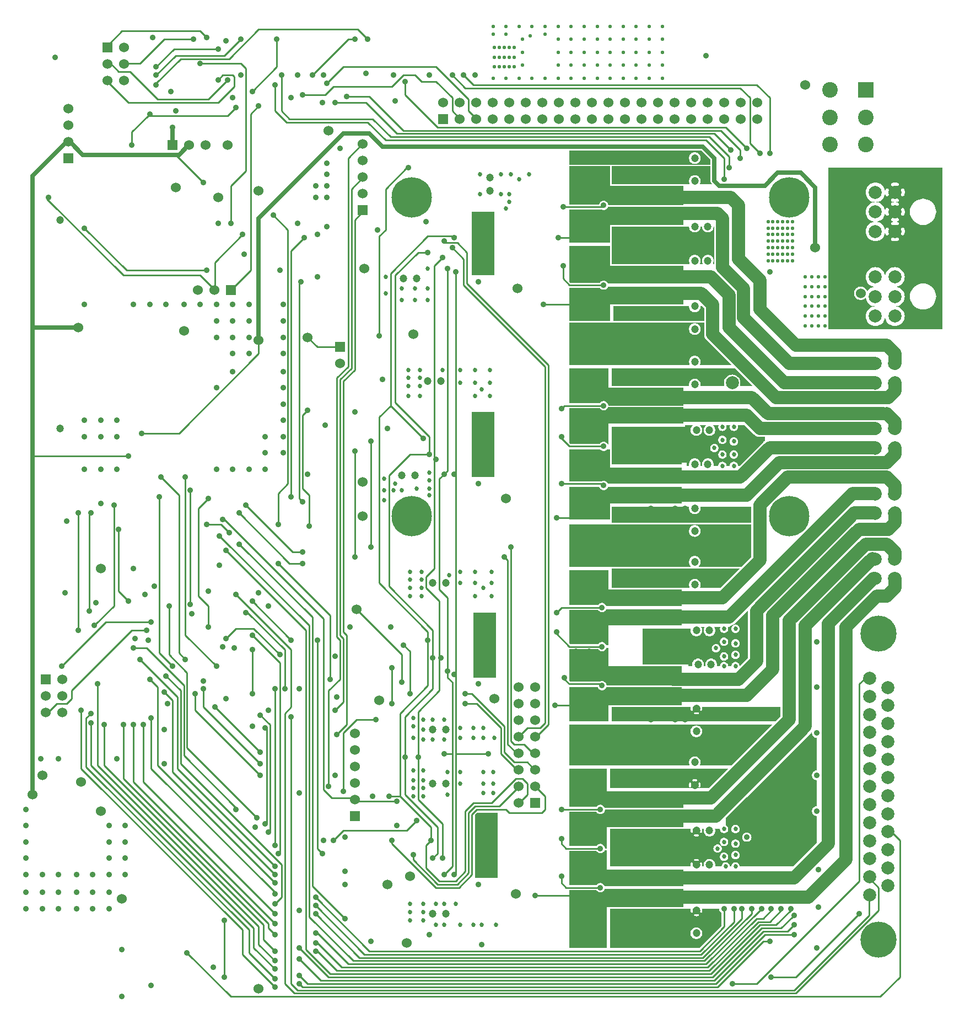
<source format=gbr>
G04 start of page 5 for group 3 idx 3 *
G04 Title: (unknown), bottom *
G04 Creator: pcb 4.2.0 *
G04 CreationDate: Fri Sep 20 02:47:34 2019 UTC *
G04 For: doug *
G04 Format: Gerber/RS-274X *
G04 PCB-Dimensions (mil): 5602.36 6102.36 *
G04 PCB-Coordinate-Origin: lower left *
%MOIN*%
%FSLAX25Y25*%
%LNBOTTOM*%
%ADD112C,0.0709*%
%ADD111C,0.0402*%
%ADD110C,0.1181*%
%ADD109C,0.0429*%
%ADD108C,0.1201*%
%ADD107C,0.0276*%
%ADD106C,0.0400*%
%ADD105C,0.0380*%
%ADD104C,0.1280*%
%ADD103C,0.0591*%
%ADD102C,0.0350*%
%ADD101C,0.0200*%
%ADD100C,0.0090*%
%ADD99C,0.0210*%
%ADD98C,0.0360*%
%ADD97C,0.0270*%
%ADD96C,0.2441*%
%ADD95C,0.0945*%
%ADD94C,0.0787*%
%ADD93C,0.2178*%
%ADD92C,0.0472*%
%ADD91C,0.0600*%
%ADD90C,0.0800*%
%ADD89C,0.0250*%
%ADD88C,0.0100*%
%ADD87C,0.0001*%
G54D87*G36*
X277712Y123031D02*X290354D01*
Y83661D01*
X276575D01*
Y121894D01*
X277712Y123031D01*
G37*
G36*
X440941Y132432D02*X479898Y171390D01*
X480053Y171522D01*
X480348Y171867D01*
X480314Y171728D01*
X480277Y171260D01*
X480314Y170792D01*
X480424Y170336D01*
X480603Y169902D01*
X480849Y169502D01*
X481153Y169145D01*
X481510Y168841D01*
X481910Y168595D01*
X482344Y168416D01*
X482800Y168306D01*
X483268Y168270D01*
Y148660D01*
X482800Y148623D01*
X482344Y148513D01*
X481910Y148334D01*
X481510Y148088D01*
X481153Y147784D01*
X480849Y147427D01*
X480603Y147027D01*
X480424Y146593D01*
X480314Y146137D01*
X480277Y145669D01*
X480314Y145202D01*
X480424Y144745D01*
X480603Y144312D01*
X480849Y143912D01*
X481153Y143555D01*
X481510Y143250D01*
X481910Y143005D01*
X482344Y142825D01*
X482800Y142716D01*
X483268Y142679D01*
Y127006D01*
X482800Y126969D01*
X482344Y126860D01*
X481910Y126680D01*
X481510Y126435D01*
X481153Y126130D01*
X480849Y125773D01*
X480603Y125373D01*
X480424Y124940D01*
X480314Y124484D01*
X480277Y124016D01*
X480314Y123548D01*
X480424Y123092D01*
X480603Y122658D01*
X480849Y122258D01*
X481153Y121901D01*
X481510Y121597D01*
X481910Y121351D01*
X482344Y121172D01*
X482800Y121062D01*
X483268Y121025D01*
Y104768D01*
X469051Y90551D01*
X440941D01*
Y105459D01*
X440945Y105459D01*
X441384Y105494D01*
X441813Y105597D01*
X442220Y105765D01*
X442596Y105995D01*
X442931Y106282D01*
X443217Y106617D01*
X443447Y106993D01*
X443616Y107400D01*
X443719Y107828D01*
X443745Y108268D01*
X443719Y108707D01*
X443616Y109136D01*
X443447Y109543D01*
X443217Y109919D01*
X442931Y110254D01*
X442596Y110540D01*
X442220Y110770D01*
X441813Y110939D01*
X441384Y111042D01*
X440945Y111076D01*
X440941Y111076D01*
Y132432D01*
G37*
G36*
X434051Y125543D02*X440941Y132432D01*
Y111076D01*
X440506Y111042D01*
X440077Y110939D01*
X439670Y110770D01*
X439294Y110540D01*
X438959Y110254D01*
X438673Y109919D01*
X438442Y109543D01*
X438274Y109136D01*
X438171Y108707D01*
X438136Y108268D01*
X438171Y107828D01*
X438274Y107400D01*
X438442Y106993D01*
X438673Y106617D01*
X438959Y106282D01*
X439294Y105995D01*
X439670Y105765D01*
X440077Y105597D01*
X440506Y105494D01*
X440941Y105459D01*
Y90551D01*
X436586D01*
X436563Y90948D01*
X436470Y91336D01*
X436317Y91704D01*
X436109Y92044D01*
X435850Y92346D01*
X435547Y92605D01*
X435208Y92813D01*
X434840Y92966D01*
X434452Y93059D01*
X434055Y93090D01*
X434051Y93090D01*
Y94902D01*
X434055Y94902D01*
X434452Y94933D01*
X434840Y95026D01*
X435208Y95179D01*
X435547Y95387D01*
X435850Y95646D01*
X436109Y95949D01*
X436317Y96288D01*
X436470Y96656D01*
X436563Y97044D01*
X436586Y97441D01*
X436563Y97838D01*
X436470Y98226D01*
X436317Y98594D01*
X436109Y98933D01*
X435850Y99236D01*
X435547Y99495D01*
X435208Y99703D01*
X434840Y99856D01*
X434452Y99949D01*
X434055Y99980D01*
X434051Y99980D01*
Y101792D01*
X434055Y101792D01*
X434452Y101823D01*
X434840Y101916D01*
X435208Y102069D01*
X435547Y102277D01*
X435850Y102535D01*
X436109Y102838D01*
X436317Y103178D01*
X436470Y103546D01*
X436563Y103934D01*
X436586Y104331D01*
X436563Y104728D01*
X436470Y105115D01*
X436317Y105483D01*
X436109Y105823D01*
X435850Y106126D01*
X435547Y106385D01*
X435208Y106593D01*
X434840Y106745D01*
X434452Y106838D01*
X434055Y106870D01*
X434051Y106869D01*
Y110650D01*
X434055Y110650D01*
X434452Y110681D01*
X434840Y110774D01*
X435208Y110927D01*
X435547Y111135D01*
X435850Y111394D01*
X436109Y111697D01*
X436317Y112036D01*
X436470Y112404D01*
X436563Y112792D01*
X436586Y113189D01*
X436563Y113586D01*
X436470Y113974D01*
X436317Y114342D01*
X436109Y114681D01*
X435850Y114984D01*
X435547Y115243D01*
X435208Y115451D01*
X434840Y115604D01*
X434452Y115697D01*
X434055Y115728D01*
X434051Y115728D01*
Y125543D01*
G37*
G36*
X427161Y110650D02*X427165Y110650D01*
X427563Y110681D01*
X427950Y110774D01*
X428318Y110927D01*
X428658Y111135D01*
X428961Y111394D01*
X429219Y111697D01*
X429428Y112036D01*
X429580Y112404D01*
X429673Y112792D01*
X429696Y113189D01*
X429673Y113586D01*
X429580Y113974D01*
X429428Y114342D01*
X429219Y114681D01*
X428961Y114984D01*
X428658Y115243D01*
X428318Y115451D01*
X428150Y115521D01*
Y119641D01*
X434051Y125543D01*
Y115728D01*
X433658Y115697D01*
X433271Y115604D01*
X432902Y115451D01*
X432563Y115243D01*
X432260Y114984D01*
X432001Y114681D01*
X431793Y114342D01*
X431640Y113974D01*
X431547Y113586D01*
X431516Y113189D01*
X431547Y112792D01*
X431640Y112404D01*
X431793Y112036D01*
X432001Y111697D01*
X432260Y111394D01*
X432563Y111135D01*
X432902Y110927D01*
X433271Y110774D01*
X433658Y110681D01*
X434051Y110650D01*
Y106869D01*
X433658Y106838D01*
X433271Y106745D01*
X432902Y106593D01*
X432563Y106385D01*
X432260Y106126D01*
X432001Y105823D01*
X431793Y105483D01*
X431640Y105115D01*
X431547Y104728D01*
X431516Y104331D01*
X431547Y103934D01*
X431640Y103546D01*
X431793Y103178D01*
X432001Y102838D01*
X432260Y102535D01*
X432563Y102277D01*
X432902Y102069D01*
X433271Y101916D01*
X433658Y101823D01*
X434051Y101792D01*
Y99980D01*
X433658Y99949D01*
X433271Y99856D01*
X432902Y99703D01*
X432563Y99495D01*
X432260Y99236D01*
X432001Y98933D01*
X431793Y98594D01*
X431640Y98226D01*
X431547Y97838D01*
X431516Y97441D01*
X431547Y97044D01*
X431640Y96656D01*
X431793Y96288D01*
X432001Y95949D01*
X432260Y95646D01*
X432563Y95387D01*
X432902Y95179D01*
X433271Y95026D01*
X433658Y94933D01*
X434051Y94902D01*
Y93090D01*
X433658Y93059D01*
X433271Y92966D01*
X432902Y92813D01*
X432563Y92605D01*
X432260Y92346D01*
X432001Y92044D01*
X431793Y91704D01*
X431640Y91336D01*
X431547Y90948D01*
X431516Y90551D01*
X430681D01*
X430657Y90948D01*
X430564Y91336D01*
X430412Y91704D01*
X430204Y92044D01*
X429945Y92346D01*
X429642Y92605D01*
X429302Y92813D01*
X428934Y92966D01*
X428547Y93059D01*
X428150Y93090D01*
X427752Y93059D01*
X427365Y92966D01*
X427161Y92882D01*
Y93918D01*
X427165Y93918D01*
X427563Y93949D01*
X427950Y94042D01*
X428318Y94195D01*
X428658Y94403D01*
X428961Y94661D01*
X429219Y94964D01*
X429428Y95304D01*
X429580Y95672D01*
X429673Y96060D01*
X429696Y96457D01*
X429673Y96854D01*
X429580Y97241D01*
X429428Y97609D01*
X429219Y97949D01*
X428961Y98252D01*
X428658Y98511D01*
X428318Y98719D01*
X427950Y98871D01*
X427563Y98964D01*
X427165Y98996D01*
X427161Y98995D01*
Y102776D01*
X427165Y102776D01*
X427563Y102807D01*
X427950Y102900D01*
X428318Y103053D01*
X428658Y103261D01*
X428961Y103520D01*
X429219Y103823D01*
X429428Y104162D01*
X429580Y104530D01*
X429673Y104918D01*
X429696Y105315D01*
X429673Y105712D01*
X429580Y106100D01*
X429428Y106468D01*
X429219Y106807D01*
X428961Y107110D01*
X428658Y107369D01*
X428318Y107577D01*
X427950Y107730D01*
X427563Y107823D01*
X427165Y107854D01*
X427161Y107854D01*
Y110650D01*
G37*
G36*
X423224Y113189D02*X424626D01*
X424658Y112792D01*
X424751Y112404D01*
X424903Y112036D01*
X425111Y111697D01*
X425370Y111394D01*
X425673Y111135D01*
X426013Y110927D01*
X426381Y110774D01*
X426768Y110681D01*
X427161Y110650D01*
Y107854D01*
X426768Y107823D01*
X426381Y107730D01*
X426013Y107577D01*
X425673Y107369D01*
X425370Y107110D01*
X425111Y106807D01*
X424903Y106468D01*
X424751Y106100D01*
X424658Y105712D01*
X424626Y105315D01*
X424658Y104918D01*
X424751Y104530D01*
X424903Y104162D01*
X425111Y103823D01*
X425370Y103520D01*
X425673Y103261D01*
X426013Y103053D01*
X426381Y102900D01*
X426768Y102807D01*
X427161Y102776D01*
Y98995D01*
X426768Y98964D01*
X426381Y98871D01*
X426013Y98719D01*
X425673Y98511D01*
X425370Y98252D01*
X425111Y97949D01*
X424903Y97609D01*
X424751Y97241D01*
X424658Y96854D01*
X424626Y96457D01*
X424658Y96060D01*
X424751Y95672D01*
X424903Y95304D01*
X425111Y94964D01*
X425370Y94661D01*
X425673Y94403D01*
X426013Y94195D01*
X426381Y94042D01*
X426768Y93949D01*
X427161Y93918D01*
Y92882D01*
X426997Y92813D01*
X426657Y92605D01*
X426354Y92346D01*
X426096Y92044D01*
X425887Y91704D01*
X425735Y91336D01*
X425642Y90948D01*
X425611Y90551D01*
X423224D01*
Y98839D01*
X423228Y98839D01*
X423626Y98870D01*
X424013Y98963D01*
X424381Y99116D01*
X424721Y99324D01*
X425024Y99583D01*
X425282Y99886D01*
X425491Y100225D01*
X425643Y100593D01*
X425736Y100981D01*
X425759Y101378D01*
X425736Y101775D01*
X425643Y102163D01*
X425491Y102531D01*
X425282Y102870D01*
X425024Y103173D01*
X424721Y103432D01*
X424381Y103640D01*
X424013Y103793D01*
X423626Y103886D01*
X423228Y103917D01*
X423224Y103917D01*
Y113189D01*
G37*
G36*
X410432D02*X412693D01*
X412682Y113146D01*
X412672Y113053D01*
X412676Y112960D01*
X412697Y112869D01*
X412753Y112651D01*
X412785Y112429D01*
X412795Y112205D01*
X412785Y111980D01*
X412753Y111758D01*
X412700Y111540D01*
X412679Y111449D01*
X412674Y111356D01*
X412684Y111264D01*
X412709Y111174D01*
X412747Y111089D01*
X412797Y111012D01*
X412860Y110943D01*
X412932Y110884D01*
X413013Y110838D01*
X413100Y110805D01*
X413191Y110786D01*
X413283Y110781D01*
X413376Y110791D01*
X413466Y110816D01*
X413550Y110854D01*
X413628Y110904D01*
X413697Y110967D01*
X413755Y111039D01*
X413802Y111120D01*
X413833Y111207D01*
X413916Y111534D01*
X413964Y111868D01*
X413980Y112205D01*
X413964Y112542D01*
X413916Y112876D01*
X413840Y113189D01*
X414899D01*
X414797Y112761D01*
X414753Y112205D01*
X414797Y111649D01*
X414927Y111106D01*
X415140Y110591D01*
X415432Y110116D01*
X415794Y109692D01*
X416218Y109329D01*
X416693Y109038D01*
X417209Y108824D01*
X417751Y108694D01*
X418307Y108650D01*
X418863Y108694D01*
X419405Y108824D01*
X419921Y109038D01*
X420396Y109329D01*
X420820Y109692D01*
X421183Y110116D01*
X421474Y110591D01*
X421687Y111106D01*
X421818Y111649D01*
X421850Y112205D01*
X421818Y112761D01*
X421715Y113189D01*
X423224D01*
Y103917D01*
X422831Y103886D01*
X422444Y103793D01*
X422076Y103640D01*
X421736Y103432D01*
X421433Y103173D01*
X421174Y102870D01*
X420966Y102531D01*
X420814Y102163D01*
X420721Y101775D01*
X420689Y101378D01*
X420721Y100981D01*
X420814Y100593D01*
X420966Y100225D01*
X421174Y99886D01*
X421433Y99583D01*
X421736Y99324D01*
X422076Y99116D01*
X422444Y98963D01*
X422831Y98870D01*
X423224Y98839D01*
Y90551D01*
X421715D01*
X421818Y90979D01*
X421850Y91535D01*
X421818Y92091D01*
X421687Y92634D01*
X421474Y93149D01*
X421183Y93625D01*
X420820Y94049D01*
X420396Y94411D01*
X419921Y94702D01*
X419405Y94916D01*
X418863Y95046D01*
X418307Y95090D01*
X417751Y95046D01*
X417209Y94916D01*
X416693Y94702D01*
X416218Y94411D01*
X415794Y94049D01*
X415432Y93625D01*
X415140Y93149D01*
X414927Y92634D01*
X414797Y92091D01*
X414753Y91535D01*
X414797Y90979D01*
X414899Y90551D01*
X413836D01*
X413916Y90865D01*
X413964Y91198D01*
X413980Y91535D01*
X413964Y91872D01*
X413916Y92206D01*
X413837Y92534D01*
X413804Y92622D01*
X413758Y92703D01*
X413699Y92775D01*
X413630Y92838D01*
X413552Y92889D01*
X413466Y92927D01*
X413376Y92952D01*
X413284Y92962D01*
X413190Y92957D01*
X413099Y92938D01*
X413012Y92904D01*
X412931Y92858D01*
X412858Y92799D01*
X412795Y92730D01*
X412744Y92652D01*
X412706Y92567D01*
X412682Y92477D01*
X412672Y92384D01*
X412676Y92291D01*
X412697Y92200D01*
X412753Y91982D01*
X412785Y91760D01*
X412795Y91535D01*
X412785Y91311D01*
X412753Y91089D01*
X412700Y90870D01*
X412679Y90780D01*
X412674Y90687D01*
X412684Y90595D01*
X412696Y90551D01*
X410432D01*
Y93898D01*
X410433Y93898D01*
X410657Y93887D01*
X410880Y93855D01*
X411098Y93802D01*
X411189Y93781D01*
X411281Y93777D01*
X411374Y93787D01*
X411464Y93811D01*
X411548Y93849D01*
X411626Y93900D01*
X411695Y93962D01*
X411753Y94034D01*
X411800Y94115D01*
X411833Y94202D01*
X411852Y94293D01*
X411857Y94386D01*
X411847Y94478D01*
X411822Y94568D01*
X411784Y94653D01*
X411733Y94731D01*
X411671Y94799D01*
X411599Y94858D01*
X411518Y94904D01*
X411431Y94935D01*
X411104Y95019D01*
X410770Y95067D01*
X410433Y95083D01*
X410432Y95083D01*
Y108657D01*
X410433Y108657D01*
X410770Y108673D01*
X411104Y108721D01*
X411432Y108801D01*
X411519Y108834D01*
X411600Y108880D01*
X411673Y108939D01*
X411736Y109008D01*
X411787Y109086D01*
X411825Y109171D01*
X411849Y109261D01*
X411859Y109354D01*
X411855Y109448D01*
X411835Y109539D01*
X411802Y109626D01*
X411756Y109707D01*
X411697Y109780D01*
X411628Y109843D01*
X411550Y109894D01*
X411464Y109932D01*
X411374Y109956D01*
X411281Y109966D01*
X411188Y109962D01*
X411097Y109941D01*
X410880Y109885D01*
X410657Y109853D01*
X410433Y109843D01*
X410432Y109843D01*
Y113189D01*
G37*
G36*
X400591D02*X407030D01*
X406950Y112876D01*
X406902Y112542D01*
X406886Y112205D01*
X406902Y111868D01*
X406950Y111534D01*
X407029Y111206D01*
X407062Y111119D01*
X407108Y111038D01*
X407167Y110965D01*
X407236Y110902D01*
X407314Y110851D01*
X407400Y110813D01*
X407490Y110789D01*
X407583Y110779D01*
X407676Y110783D01*
X407767Y110802D01*
X407855Y110836D01*
X407936Y110882D01*
X408008Y110941D01*
X408071Y111010D01*
X408122Y111088D01*
X408160Y111173D01*
X408185Y111263D01*
X408195Y111356D01*
X408190Y111450D01*
X408169Y111540D01*
X408113Y111758D01*
X408082Y111980D01*
X408071Y112205D01*
X408082Y112429D01*
X408113Y112651D01*
X408166Y112870D01*
X408187Y112960D01*
X408192Y113053D01*
X408182Y113145D01*
X408170Y113189D01*
X410432D01*
Y109843D01*
X410209Y109853D01*
X409986Y109885D01*
X409768Y109938D01*
X409678Y109959D01*
X409585Y109964D01*
X409492Y109954D01*
X409403Y109929D01*
X409318Y109891D01*
X409240Y109840D01*
X409171Y109778D01*
X409113Y109706D01*
X409066Y109625D01*
X409033Y109538D01*
X409014Y109447D01*
X409010Y109354D01*
X409020Y109262D01*
X409044Y109172D01*
X409082Y109087D01*
X409133Y109010D01*
X409195Y108941D01*
X409267Y108882D01*
X409348Y108836D01*
X409435Y108805D01*
X409762Y108721D01*
X410096Y108673D01*
X410432Y108657D01*
Y95083D01*
X410096Y95067D01*
X409762Y95019D01*
X409434Y94939D01*
X409347Y94906D01*
X409266Y94860D01*
X409193Y94801D01*
X409131Y94732D01*
X409080Y94654D01*
X409041Y94569D01*
X409017Y94479D01*
X409007Y94386D01*
X409012Y94293D01*
X409031Y94201D01*
X409064Y94114D01*
X409110Y94033D01*
X409169Y93960D01*
X409238Y93898D01*
X409316Y93847D01*
X409402Y93808D01*
X409492Y93784D01*
X409585Y93774D01*
X409678Y93779D01*
X409769Y93800D01*
X409986Y93855D01*
X410209Y93887D01*
X410432Y93898D01*
Y90551D01*
X408173D01*
X408185Y90594D01*
X408195Y90687D01*
X408190Y90780D01*
X408169Y90871D01*
X408113Y91089D01*
X408082Y91311D01*
X408071Y91535D01*
X408082Y91760D01*
X408113Y91982D01*
X408166Y92200D01*
X408187Y92291D01*
X408192Y92384D01*
X408182Y92476D01*
X408158Y92566D01*
X408120Y92651D01*
X408069Y92729D01*
X408006Y92797D01*
X407934Y92856D01*
X407853Y92902D01*
X407767Y92935D01*
X407676Y92954D01*
X407583Y92959D01*
X407490Y92949D01*
X407401Y92925D01*
X407316Y92887D01*
X407238Y92836D01*
X407169Y92773D01*
X407111Y92701D01*
X407064Y92620D01*
X407033Y92533D01*
X406950Y92206D01*
X406902Y91872D01*
X406886Y91535D01*
X406902Y91198D01*
X406950Y90865D01*
X407026Y90551D01*
X400591D01*
Y113189D01*
G37*
G36*
X410434Y64961D02*X412693D01*
X412682Y64918D01*
X412672Y64825D01*
X412676Y64732D01*
X412697Y64641D01*
X412753Y64423D01*
X412785Y64201D01*
X412795Y63976D01*
X412785Y63752D01*
X412753Y63530D01*
X412700Y63311D01*
X412679Y63221D01*
X412674Y63128D01*
X412684Y63036D01*
X412709Y62946D01*
X412747Y62861D01*
X412797Y62783D01*
X412860Y62714D01*
X412932Y62656D01*
X413013Y62610D01*
X413100Y62577D01*
X413191Y62558D01*
X413283Y62553D01*
X413376Y62563D01*
X413466Y62587D01*
X413550Y62625D01*
X413628Y62676D01*
X413697Y62738D01*
X413755Y62811D01*
X413802Y62891D01*
X413833Y62979D01*
X413916Y63306D01*
X413964Y63639D01*
X413980Y63976D01*
X413964Y64313D01*
X413916Y64647D01*
X413840Y64961D01*
X424175D01*
X424212Y64493D01*
X424321Y64037D01*
X424501Y63603D01*
X424746Y63203D01*
X425051Y62846D01*
X425408Y62541D01*
X425665Y62384D01*
Y54755D01*
X412249Y41339D01*
X410434D01*
Y46643D01*
X410989Y46686D01*
X411531Y46817D01*
X412047Y47030D01*
X412522Y47321D01*
X412946Y47684D01*
X413309Y48108D01*
X413600Y48583D01*
X413813Y49099D01*
X413944Y49641D01*
X413976Y50197D01*
X413944Y50753D01*
X413813Y51295D01*
X413600Y51810D01*
X413309Y52286D01*
X412946Y52710D01*
X412522Y53072D01*
X412047Y53364D01*
X411531Y53577D01*
X410989Y53707D01*
X410434Y53751D01*
Y60429D01*
X410770Y60445D01*
X411104Y60493D01*
X411432Y60573D01*
X411519Y60605D01*
X411600Y60652D01*
X411673Y60710D01*
X411736Y60780D01*
X411787Y60858D01*
X411825Y60943D01*
X411849Y61033D01*
X411859Y61126D01*
X411855Y61219D01*
X411835Y61311D01*
X411802Y61398D01*
X411756Y61479D01*
X411697Y61552D01*
X411628Y61614D01*
X411550Y61665D01*
X411464Y61703D01*
X411374Y61728D01*
X411281Y61738D01*
X411188Y61733D01*
X411097Y61712D01*
X410880Y61657D01*
X410657Y61625D01*
X410434Y61614D01*
Y64961D01*
G37*
G36*
X358268D02*X407030D01*
X406950Y64647D01*
X406902Y64313D01*
X406886Y63976D01*
X406902Y63639D01*
X406950Y63306D01*
X407029Y62978D01*
X407062Y62890D01*
X407108Y62809D01*
X407167Y62737D01*
X407236Y62674D01*
X407314Y62623D01*
X407400Y62585D01*
X407490Y62560D01*
X407583Y62550D01*
X407676Y62555D01*
X407767Y62574D01*
X407855Y62607D01*
X407936Y62654D01*
X408008Y62712D01*
X408071Y62782D01*
X408122Y62860D01*
X408160Y62945D01*
X408185Y63035D01*
X408195Y63128D01*
X408190Y63221D01*
X408169Y63312D01*
X408113Y63530D01*
X408082Y63752D01*
X408071Y63976D01*
X408082Y64201D01*
X408113Y64423D01*
X408166Y64641D01*
X408187Y64732D01*
X408192Y64825D01*
X408182Y64917D01*
X408170Y64961D01*
X410434D01*
Y61614D01*
X410433Y61614D01*
X410209Y61625D01*
X409986Y61657D01*
X409768Y61710D01*
X409678Y61731D01*
X409585Y61735D01*
X409492Y61725D01*
X409403Y61701D01*
X409318Y61663D01*
X409240Y61612D01*
X409171Y61550D01*
X409113Y61477D01*
X409066Y61397D01*
X409033Y61310D01*
X409014Y61219D01*
X409010Y61126D01*
X409020Y61034D01*
X409044Y60944D01*
X409082Y60859D01*
X409133Y60781D01*
X409195Y60712D01*
X409267Y60654D01*
X409348Y60608D01*
X409435Y60576D01*
X409762Y60493D01*
X410096Y60445D01*
X410433Y60429D01*
X410434Y60429D01*
Y53751D01*
X410433Y53751D01*
X409877Y53707D01*
X409335Y53577D01*
X408819Y53364D01*
X408344Y53072D01*
X407920Y52710D01*
X407558Y52286D01*
X407266Y51810D01*
X407053Y51295D01*
X406923Y50753D01*
X406879Y50197D01*
X406923Y49641D01*
X407053Y49099D01*
X407266Y48583D01*
X407558Y48108D01*
X407920Y47684D01*
X408344Y47321D01*
X408819Y47030D01*
X409335Y46817D01*
X409877Y46686D01*
X410433Y46643D01*
X410434Y46643D01*
Y41339D01*
X358268D01*
Y64961D01*
G37*
G36*
X402559Y76772D02*Y65945D01*
X356299D01*
Y41339D01*
X333661D01*
Y76256D01*
X349998D01*
X350090Y76105D01*
X350376Y75770D01*
X350711Y75484D01*
X351087Y75253D01*
X351494Y75085D01*
X351923Y74982D01*
X352362Y74947D01*
X352802Y74982D01*
X353230Y75085D01*
X353637Y75253D01*
X354013Y75484D01*
X354348Y75770D01*
X354634Y76105D01*
X354865Y76481D01*
X354985Y76772D01*
X402559D01*
G37*
G36*
Y78740D02*X354985D01*
X354865Y79031D01*
X354634Y79407D01*
X354348Y79742D01*
X354013Y80028D01*
X353637Y80258D01*
X353230Y80427D01*
X352802Y80530D01*
X352362Y80565D01*
X351923Y80530D01*
X351494Y80427D01*
X351087Y80258D01*
X350711Y80028D01*
X350376Y79742D01*
X350090Y79407D01*
X349998Y79256D01*
X333661D01*
Y99878D01*
X349998D01*
X350090Y99727D01*
X350376Y99392D01*
X350711Y99106D01*
X351087Y98875D01*
X351494Y98707D01*
X351923Y98604D01*
X352362Y98569D01*
X352802Y98604D01*
X353230Y98707D01*
X353637Y98875D01*
X354013Y99106D01*
X354348Y99392D01*
X354634Y99727D01*
X354865Y100103D01*
X354985Y100394D01*
X356299D01*
Y88583D01*
X402559D01*
Y78740D01*
G37*
G36*
X358268Y113189D02*X402559D01*
Y90551D01*
X358268D01*
Y113189D01*
G37*
G36*
X402559Y125000D02*Y114173D01*
X356299D01*
Y101378D01*
X355162D01*
X355136Y101817D01*
X355033Y102246D01*
X354865Y102653D01*
X354634Y103029D01*
X354348Y103364D01*
X354013Y103650D01*
X353637Y103880D01*
X353230Y104049D01*
X352802Y104152D01*
X352362Y104187D01*
X351923Y104152D01*
X351494Y104049D01*
X351087Y103880D01*
X350711Y103650D01*
X350376Y103364D01*
X350090Y103029D01*
X349998Y102878D01*
X333661D01*
Y123500D01*
X349998D01*
X350090Y123349D01*
X350376Y123014D01*
X350711Y122728D01*
X351087Y122497D01*
X351494Y122329D01*
X351923Y122226D01*
X352362Y122191D01*
X352802Y122226D01*
X353230Y122329D01*
X353637Y122497D01*
X354013Y122728D01*
X354348Y123014D01*
X354634Y123349D01*
X354865Y123725D01*
X355033Y124132D01*
X355136Y124561D01*
X355162Y125000D01*
X402559D01*
G37*
G36*
Y125984D02*X354985D01*
X354865Y126275D01*
X354634Y126651D01*
X354348Y126986D01*
X354013Y127272D01*
X353637Y127503D01*
X353230Y127671D01*
X352802Y127774D01*
X352362Y127809D01*
X351923Y127774D01*
X351494Y127671D01*
X351087Y127503D01*
X350711Y127272D01*
X350376Y126986D01*
X350090Y126651D01*
X349998Y126500D01*
X333661D01*
Y149606D01*
X356299D01*
Y135827D01*
X402559D01*
Y125984D01*
G37*
G36*
X412342Y149606D02*X429681D01*
X417870Y137795D01*
X412342D01*
Y138345D01*
X412392Y138350D01*
X412481Y138375D01*
X412566Y138413D01*
X412644Y138463D01*
X412713Y138526D01*
X412771Y138598D01*
X412817Y138679D01*
X412849Y138766D01*
X412932Y139093D01*
X412980Y139427D01*
X412996Y139764D01*
X412980Y140101D01*
X412932Y140435D01*
X412853Y140762D01*
X412820Y140850D01*
X412773Y140931D01*
X412715Y141004D01*
X412646Y141066D01*
X412567Y141117D01*
X412482Y141156D01*
X412392Y141180D01*
X412342Y141185D01*
Y149606D01*
G37*
G36*
X409447D02*X412342D01*
Y141185D01*
X412299Y141190D01*
X412206Y141185D01*
X412115Y141166D01*
X412027Y141133D01*
X411946Y141086D01*
X411874Y141028D01*
X411811Y140959D01*
X411760Y140880D01*
X411722Y140795D01*
X411697Y140705D01*
X411687Y140612D01*
X411692Y140519D01*
X411713Y140428D01*
X411768Y140211D01*
X411800Y139988D01*
X411811Y139764D01*
X411800Y139539D01*
X411768Y139317D01*
X411715Y139099D01*
X411695Y139008D01*
X411690Y138915D01*
X411700Y138823D01*
X411724Y138733D01*
X411762Y138648D01*
X411813Y138571D01*
X411875Y138502D01*
X411948Y138443D01*
X412028Y138397D01*
X412115Y138364D01*
X412206Y138345D01*
X412299Y138340D01*
X412342Y138345D01*
Y137795D01*
X409447D01*
Y142126D01*
X409449Y142126D01*
X409673Y142115D01*
X409896Y142083D01*
X410114Y142030D01*
X410204Y142010D01*
X410297Y142005D01*
X410390Y142015D01*
X410479Y142039D01*
X410564Y142077D01*
X410642Y142128D01*
X410711Y142190D01*
X410769Y142263D01*
X410815Y142343D01*
X410849Y142430D01*
X410868Y142521D01*
X410872Y142614D01*
X410862Y142707D01*
X410838Y142796D01*
X410800Y142881D01*
X410749Y142959D01*
X410687Y143028D01*
X410614Y143086D01*
X410534Y143132D01*
X410446Y143164D01*
X410120Y143247D01*
X409786Y143295D01*
X409449Y143311D01*
X409447Y143311D01*
Y149606D01*
G37*
G36*
X406556D02*X409447D01*
Y143311D01*
X409112Y143295D01*
X408778Y143247D01*
X408450Y143168D01*
X408363Y143135D01*
X408282Y143088D01*
X408209Y143030D01*
X408146Y142961D01*
X408095Y142882D01*
X408057Y142797D01*
X408033Y142707D01*
X408023Y142614D01*
X408027Y142521D01*
X408047Y142430D01*
X408080Y142342D01*
X408126Y142261D01*
X408185Y142189D01*
X408254Y142126D01*
X408332Y142075D01*
X408417Y142037D01*
X408508Y142012D01*
X408600Y142002D01*
X408694Y142007D01*
X408785Y142028D01*
X409002Y142083D01*
X409224Y142115D01*
X409447Y142126D01*
Y137795D01*
X406556D01*
Y138342D01*
X406598Y138338D01*
X406692Y138342D01*
X406783Y138361D01*
X406870Y138395D01*
X406951Y138441D01*
X407024Y138500D01*
X407087Y138569D01*
X407138Y138647D01*
X407176Y138732D01*
X407200Y138823D01*
X407210Y138915D01*
X407206Y139009D01*
X407185Y139099D01*
X407129Y139317D01*
X407097Y139539D01*
X407087Y139764D01*
X407097Y139988D01*
X407129Y140211D01*
X407182Y140429D01*
X407203Y140519D01*
X407208Y140612D01*
X407198Y140705D01*
X407173Y140794D01*
X407135Y140879D01*
X407085Y140957D01*
X407022Y141026D01*
X406950Y141084D01*
X406869Y141130D01*
X406782Y141164D01*
X406691Y141183D01*
X406598Y141187D01*
X406556Y141183D01*
Y149606D01*
G37*
G36*
X358268D02*X406556D01*
Y141183D01*
X406506Y141177D01*
X406416Y141153D01*
X406332Y141115D01*
X406254Y141064D01*
X406185Y141002D01*
X406126Y140929D01*
X406080Y140849D01*
X406049Y140761D01*
X405966Y140435D01*
X405918Y140101D01*
X405902Y139764D01*
X405918Y139427D01*
X405966Y139093D01*
X406045Y138765D01*
X406078Y138678D01*
X406124Y138597D01*
X406183Y138524D01*
X406252Y138461D01*
X406330Y138410D01*
X406415Y138372D01*
X406506Y138348D01*
X406556Y138342D01*
Y137795D01*
X358268D01*
Y149606D01*
G37*
G36*
X410428Y176181D02*X456255D01*
X431649Y151575D01*
X412398D01*
X412616Y151930D01*
X412829Y152445D01*
X412959Y152987D01*
X412992Y153543D01*
X412959Y154099D01*
X412829Y154642D01*
X412616Y155157D01*
X412324Y155632D01*
X411962Y156057D01*
X411538Y156419D01*
X411062Y156710D01*
X410547Y156924D01*
X410428Y156952D01*
Y168690D01*
X410433Y168690D01*
X410989Y168734D01*
X411531Y168864D01*
X412047Y169077D01*
X412522Y169369D01*
X412946Y169731D01*
X413309Y170155D01*
X413600Y170631D01*
X413813Y171146D01*
X413944Y171688D01*
X413976Y172244D01*
X413944Y172800D01*
X413813Y173342D01*
X413600Y173858D01*
X413309Y174333D01*
X412946Y174757D01*
X412522Y175120D01*
X412047Y175411D01*
X411531Y175624D01*
X410989Y175755D01*
X410433Y175798D01*
X410428Y175798D01*
Y176181D01*
G37*
G36*
X333661D02*X410428D01*
Y175798D01*
X409877Y175755D01*
X409335Y175624D01*
X408819Y175411D01*
X408344Y175120D01*
X407920Y174757D01*
X407558Y174333D01*
X407266Y173858D01*
X407053Y173342D01*
X406923Y172800D01*
X406879Y172244D01*
X406923Y171688D01*
X407053Y171146D01*
X407266Y170631D01*
X407558Y170155D01*
X407920Y169731D01*
X408344Y169369D01*
X408819Y169077D01*
X409335Y168864D01*
X409877Y168734D01*
X410428Y168690D01*
Y156952D01*
X410005Y157054D01*
X409449Y157098D01*
X408893Y157054D01*
X408350Y156924D01*
X407835Y156710D01*
X407360Y156419D01*
X406936Y156057D01*
X406573Y155632D01*
X406282Y155157D01*
X406069Y154642D01*
X405938Y154099D01*
X405895Y153543D01*
X405938Y152987D01*
X406069Y152445D01*
X406282Y151930D01*
X406499Y151575D01*
X333661D01*
Y176181D01*
G37*
G36*
X401575Y198819D02*Y187992D01*
X357283D01*
Y178150D01*
X333661D01*
Y198819D01*
X350723D01*
X350844Y198528D01*
X351074Y198152D01*
X351360Y197817D01*
X351696Y197531D01*
X352071Y197301D01*
X352479Y197132D01*
X352907Y197029D01*
X353346Y196995D01*
X353786Y197029D01*
X354214Y197132D01*
X354622Y197301D01*
X354997Y197531D01*
X355332Y197817D01*
X355619Y198152D01*
X355849Y198528D01*
X355969Y198819D01*
X401575D01*
G37*
G36*
X410434Y187008D02*X412693D01*
X412682Y186965D01*
X412672Y186872D01*
X412676Y186779D01*
X412697Y186688D01*
X412753Y186470D01*
X412785Y186248D01*
X412795Y186024D01*
X412785Y185799D01*
X412753Y185577D01*
X412700Y185359D01*
X412679Y185268D01*
X412674Y185175D01*
X412684Y185083D01*
X412709Y184993D01*
X412747Y184908D01*
X412797Y184830D01*
X412860Y184762D01*
X412932Y184703D01*
X413013Y184657D01*
X413100Y184624D01*
X413191Y184605D01*
X413283Y184600D01*
X413376Y184610D01*
X413466Y184634D01*
X413550Y184672D01*
X413628Y184723D01*
X413697Y184786D01*
X413755Y184858D01*
X413802Y184939D01*
X413833Y185026D01*
X413916Y185353D01*
X413964Y185687D01*
X413980Y186024D01*
X413964Y186361D01*
X413916Y186694D01*
X413840Y187008D01*
X461354D01*
Y181280D01*
X458224Y178150D01*
X410434D01*
Y182476D01*
X410770Y182492D01*
X411104Y182540D01*
X411432Y182620D01*
X411519Y182653D01*
X411600Y182699D01*
X411673Y182758D01*
X411736Y182827D01*
X411787Y182905D01*
X411825Y182990D01*
X411849Y183080D01*
X411859Y183173D01*
X411855Y183266D01*
X411835Y183358D01*
X411802Y183445D01*
X411756Y183526D01*
X411697Y183599D01*
X411628Y183661D01*
X411550Y183713D01*
X411464Y183751D01*
X411374Y183775D01*
X411281Y183785D01*
X411188Y183780D01*
X411097Y183760D01*
X410880Y183704D01*
X410657Y183672D01*
X410434Y183661D01*
Y187008D01*
G37*
G36*
X359252Y178150D02*Y187008D01*
X407030D01*
X406950Y186694D01*
X406902Y186361D01*
X406886Y186024D01*
X406902Y185687D01*
X406950Y185353D01*
X407029Y185025D01*
X407062Y184938D01*
X407108Y184857D01*
X407167Y184784D01*
X407236Y184721D01*
X407314Y184670D01*
X407400Y184632D01*
X407490Y184608D01*
X407583Y184598D01*
X407676Y184602D01*
X407767Y184621D01*
X407855Y184655D01*
X407936Y184701D01*
X408008Y184760D01*
X408071Y184829D01*
X408122Y184907D01*
X408160Y184992D01*
X408185Y185082D01*
X408195Y185175D01*
X408190Y185268D01*
X408169Y185359D01*
X408113Y185577D01*
X408082Y185799D01*
X408071Y186024D01*
X408082Y186248D01*
X408113Y186470D01*
X408166Y186689D01*
X408187Y186779D01*
X408192Y186872D01*
X408182Y186964D01*
X408170Y187008D01*
X410434D01*
Y183661D01*
X410433Y183661D01*
X410209Y183672D01*
X409986Y183704D01*
X409768Y183757D01*
X409678Y183778D01*
X409585Y183782D01*
X409492Y183772D01*
X409403Y183748D01*
X409318Y183710D01*
X409240Y183659D01*
X409171Y183597D01*
X409113Y183525D01*
X409066Y183444D01*
X409033Y183357D01*
X409014Y183266D01*
X409010Y183173D01*
X409020Y183081D01*
X409044Y182991D01*
X409082Y182906D01*
X409133Y182828D01*
X409195Y182760D01*
X409267Y182701D01*
X409348Y182655D01*
X409435Y182624D01*
X409762Y182540D01*
X410096Y182492D01*
X410433Y182476D01*
X410434Y182476D01*
Y178150D01*
X359252D01*
G37*
G36*
X275591Y244094D02*X289370D01*
Y204724D01*
X275591D01*
Y244094D01*
G37*
G36*
X274606Y365157D02*X288386D01*
Y325787D01*
X274606D01*
Y365157D01*
G37*
G36*
X401575Y199803D02*X356146D01*
X356121Y200243D01*
X356018Y200671D01*
X355849Y201078D01*
X355619Y201454D01*
X355332Y201789D01*
X354997Y202075D01*
X354622Y202306D01*
X354214Y202474D01*
X353786Y202577D01*
X353346Y202612D01*
X352907Y202577D01*
X352479Y202474D01*
X352071Y202306D01*
X352042Y202287D01*
X334283D01*
X333661Y202909D01*
Y221921D01*
X333661D01*
X333720Y221925D01*
X350982D01*
X351074Y221774D01*
X351360Y221439D01*
X351696Y221153D01*
X352071Y220923D01*
X352479Y220754D01*
X352907Y220651D01*
X353346Y220617D01*
X353786Y220651D01*
X354214Y220754D01*
X354622Y220923D01*
X354997Y221153D01*
X355332Y221439D01*
X355619Y221774D01*
X355849Y222150D01*
X355969Y222441D01*
X357283D01*
Y211614D01*
X401575D01*
Y199803D01*
G37*
G36*
X433067Y353761D02*X433071Y353760D01*
X433468Y353792D01*
X433855Y353885D01*
X434224Y354037D01*
X434563Y354245D01*
X434866Y354504D01*
X435125Y354807D01*
X435333Y355147D01*
X435486Y355515D01*
X435579Y355902D01*
X435602Y356299D01*
X435579Y356696D01*
X435486Y357084D01*
X435403Y357283D01*
X439523D01*
X445012Y351795D01*
X445144Y351640D01*
X445764Y351110D01*
X446459Y350684D01*
X447213Y350372D01*
X448006Y350182D01*
X448006D01*
X448819Y350118D01*
X449022Y350134D01*
X451772D01*
Y347771D01*
X451670Y347708D01*
X451669Y347708D01*
X451050Y347179D01*
X450917Y347024D01*
X436570Y332677D01*
X435602D01*
X435579Y333074D01*
X435486Y333462D01*
X435333Y333830D01*
X435125Y334170D01*
X434866Y334472D01*
X434563Y334731D01*
X434224Y334939D01*
X433855Y335092D01*
X433468Y335185D01*
X433071Y335216D01*
X433067Y335216D01*
Y337028D01*
X433071Y337028D01*
X433468Y337059D01*
X433855Y337152D01*
X434224Y337305D01*
X434563Y337513D01*
X434866Y337772D01*
X435125Y338075D01*
X435333Y338414D01*
X435486Y338782D01*
X435579Y339170D01*
X435602Y339567D01*
X435579Y339964D01*
X435486Y340351D01*
X435333Y340720D01*
X435125Y341059D01*
X434866Y341362D01*
X434563Y341621D01*
X434224Y341829D01*
X433855Y341982D01*
X433468Y342075D01*
X433071Y342106D01*
X433067Y342106D01*
Y344902D01*
X433071Y344902D01*
X433468Y344933D01*
X433855Y345026D01*
X434224Y345179D01*
X434563Y345387D01*
X434866Y345646D01*
X435125Y345949D01*
X435333Y346288D01*
X435486Y346656D01*
X435579Y347044D01*
X435602Y347441D01*
X435579Y347838D01*
X435486Y348226D01*
X435333Y348594D01*
X435125Y348933D01*
X434866Y349236D01*
X434563Y349495D01*
X434224Y349703D01*
X433855Y349856D01*
X433468Y349949D01*
X433071Y349980D01*
X433067Y349980D01*
Y353761D01*
G37*
G36*
X426177D02*X426181Y353760D01*
X426578Y353792D01*
X426966Y353885D01*
X427334Y354037D01*
X427673Y354245D01*
X427976Y354504D01*
X428235Y354807D01*
X428443Y355147D01*
X428596Y355515D01*
X428689Y355902D01*
X428712Y356299D01*
X428689Y356696D01*
X428596Y357084D01*
X428513Y357283D01*
X430739D01*
X430656Y357084D01*
X430563Y356696D01*
X430532Y356299D01*
X430563Y355902D01*
X430656Y355515D01*
X430809Y355147D01*
X431017Y354807D01*
X431276Y354504D01*
X431579Y354245D01*
X431918Y354037D01*
X432286Y353885D01*
X432674Y353792D01*
X433067Y353761D01*
Y349980D01*
X432674Y349949D01*
X432286Y349856D01*
X431918Y349703D01*
X431579Y349495D01*
X431276Y349236D01*
X431017Y348933D01*
X430809Y348594D01*
X430656Y348226D01*
X430563Y347838D01*
X430532Y347441D01*
X430563Y347044D01*
X430656Y346656D01*
X430809Y346288D01*
X431017Y345949D01*
X431276Y345646D01*
X431579Y345387D01*
X431918Y345179D01*
X432286Y345026D01*
X432674Y344933D01*
X433067Y344902D01*
Y342106D01*
X432674Y342075D01*
X432286Y341982D01*
X431918Y341829D01*
X431579Y341621D01*
X431276Y341362D01*
X431017Y341059D01*
X430809Y340720D01*
X430656Y340351D01*
X430563Y339964D01*
X430532Y339567D01*
X430563Y339170D01*
X430656Y338782D01*
X430809Y338414D01*
X431017Y338075D01*
X431276Y337772D01*
X431579Y337513D01*
X431918Y337305D01*
X432286Y337152D01*
X432674Y337059D01*
X433067Y337028D01*
Y335216D01*
X432674Y335185D01*
X432286Y335092D01*
X431918Y334939D01*
X431579Y334731D01*
X431276Y334472D01*
X431017Y334170D01*
X430809Y333830D01*
X430656Y333462D01*
X430563Y333074D01*
X430532Y332677D01*
X428712D01*
X428689Y333074D01*
X428596Y333462D01*
X428443Y333830D01*
X428235Y334170D01*
X427976Y334472D01*
X427673Y334731D01*
X427334Y334939D01*
X426966Y335092D01*
X426578Y335185D01*
X426181Y335216D01*
X426177Y335216D01*
Y337028D01*
X426181Y337028D01*
X426578Y337059D01*
X426966Y337152D01*
X427334Y337305D01*
X427673Y337513D01*
X427976Y337772D01*
X428235Y338075D01*
X428443Y338414D01*
X428596Y338782D01*
X428689Y339170D01*
X428712Y339567D01*
X428689Y339964D01*
X428596Y340351D01*
X428443Y340720D01*
X428235Y341059D01*
X427976Y341362D01*
X427673Y341621D01*
X427334Y341829D01*
X426966Y341982D01*
X426578Y342075D01*
X426181Y342106D01*
X426177Y342106D01*
Y345887D01*
X426181Y345886D01*
X426578Y345918D01*
X426966Y346011D01*
X427334Y346163D01*
X427673Y346371D01*
X427976Y346630D01*
X428235Y346933D01*
X428443Y347273D01*
X428596Y347641D01*
X428689Y348028D01*
X428712Y348425D01*
X428689Y348822D01*
X428596Y349210D01*
X428443Y349578D01*
X428235Y349918D01*
X427976Y350220D01*
X427673Y350479D01*
X427334Y350687D01*
X426966Y350840D01*
X426578Y350933D01*
X426181Y350964D01*
X426177Y350964D01*
Y353761D01*
G37*
G36*
X421256Y352361D02*X421474Y352717D01*
X421687Y353232D01*
X421818Y353775D01*
X421850Y354331D01*
X421818Y354887D01*
X421687Y355429D01*
X421474Y355944D01*
X421256Y356300D01*
Y357283D01*
X423849D01*
X423766Y357084D01*
X423673Y356696D01*
X423642Y356299D01*
X423673Y355902D01*
X423766Y355515D01*
X423919Y355147D01*
X424127Y354807D01*
X424386Y354504D01*
X424689Y354245D01*
X425028Y354037D01*
X425397Y353885D01*
X425784Y353792D01*
X426177Y353761D01*
Y350964D01*
X425784Y350933D01*
X425397Y350840D01*
X425028Y350687D01*
X424689Y350479D01*
X424386Y350220D01*
X424127Y349918D01*
X423919Y349578D01*
X423766Y349210D01*
X423673Y348822D01*
X423642Y348425D01*
X423673Y348028D01*
X423766Y347641D01*
X423919Y347273D01*
X424127Y346933D01*
X424386Y346630D01*
X424689Y346371D01*
X425028Y346163D01*
X425397Y346011D01*
X425784Y345918D01*
X426177Y345887D01*
Y342106D01*
X425784Y342075D01*
X425397Y341982D01*
X425028Y341829D01*
X424689Y341621D01*
X424386Y341362D01*
X424127Y341059D01*
X423919Y340720D01*
X423766Y340351D01*
X423673Y339964D01*
X423642Y339567D01*
X423673Y339170D01*
X423766Y338782D01*
X423919Y338414D01*
X424127Y338075D01*
X424386Y337772D01*
X424689Y337513D01*
X425028Y337305D01*
X425397Y337152D01*
X425784Y337059D01*
X426177Y337028D01*
Y335216D01*
X425784Y335185D01*
X425397Y335092D01*
X425028Y334939D01*
X424689Y334731D01*
X424386Y334472D01*
X424127Y334170D01*
X423919Y333830D01*
X423766Y333462D01*
X423673Y333074D01*
X423642Y332677D01*
X421256D01*
Y340965D01*
X421260Y340965D01*
X421657Y340996D01*
X422044Y341089D01*
X422412Y341242D01*
X422752Y341450D01*
X423055Y341709D01*
X423314Y342012D01*
X423522Y342351D01*
X423674Y342719D01*
X423767Y343107D01*
X423791Y343504D01*
X423767Y343901D01*
X423674Y344289D01*
X423522Y344657D01*
X423314Y344996D01*
X423055Y345299D01*
X422752Y345558D01*
X422412Y345766D01*
X422044Y345919D01*
X421657Y346012D01*
X421260Y346043D01*
X421256Y346043D01*
Y352361D01*
G37*
G36*
Y356300D02*X421183Y356420D01*
X420820Y356844D01*
X420396Y357206D01*
X420270Y357283D01*
X421256D01*
Y356300D01*
G37*
G36*
X399606Y356299D02*X403543D01*
Y357283D01*
X408470D01*
X408344Y357206D01*
X407920Y356844D01*
X407558Y356420D01*
X407266Y355944D01*
X407053Y355429D01*
X406923Y354887D01*
X406879Y354331D01*
X406923Y353775D01*
X407053Y353232D01*
X407266Y352717D01*
X407558Y352242D01*
X407920Y351817D01*
X408344Y351455D01*
X408819Y351164D01*
X409335Y350950D01*
X409877Y350820D01*
X410433Y350776D01*
X410989Y350820D01*
X411531Y350950D01*
X412047Y351164D01*
X412522Y351455D01*
X412946Y351817D01*
X413309Y352242D01*
X413600Y352717D01*
X413813Y353232D01*
X413944Y353775D01*
X413976Y354331D01*
X413944Y354887D01*
X413813Y355429D01*
X413600Y355944D01*
X413309Y356420D01*
X412946Y356844D01*
X412522Y357206D01*
X412396Y357283D01*
X416344D01*
X416218Y357206D01*
X415794Y356844D01*
X415432Y356420D01*
X415140Y355944D01*
X414927Y355429D01*
X414797Y354887D01*
X414753Y354331D01*
X414797Y353775D01*
X414927Y353232D01*
X415140Y352717D01*
X415432Y352242D01*
X415794Y351817D01*
X416218Y351455D01*
X416693Y351164D01*
X417209Y350950D01*
X417751Y350820D01*
X418307Y350776D01*
X418863Y350820D01*
X419405Y350950D01*
X419921Y351164D01*
X420396Y351455D01*
X420820Y351817D01*
X421183Y352242D01*
X421256Y352361D01*
Y346043D01*
X420863Y346012D01*
X420475Y345919D01*
X420107Y345766D01*
X419768Y345558D01*
X419465Y345299D01*
X419206Y344996D01*
X418998Y344657D01*
X418845Y344289D01*
X418752Y343901D01*
X418721Y343504D01*
X418752Y343107D01*
X418845Y342719D01*
X418998Y342351D01*
X419206Y342012D01*
X419465Y341709D01*
X419768Y341450D01*
X420107Y341242D01*
X420475Y341089D01*
X420863Y340996D01*
X421256Y340965D01*
Y332677D01*
X420730D01*
X420833Y333105D01*
X420866Y333661D01*
X420833Y334217D01*
X420703Y334760D01*
X420490Y335275D01*
X420198Y335751D01*
X419836Y336175D01*
X419412Y336537D01*
X418936Y336828D01*
X418421Y337042D01*
X417879Y337172D01*
X417323Y337216D01*
X416767Y337172D01*
X416225Y337042D01*
X415709Y336828D01*
X415234Y336537D01*
X414810Y336175D01*
X414447Y335751D01*
X414156Y335275D01*
X413943Y334760D01*
X413812Y334217D01*
X413769Y333661D01*
X413812Y333105D01*
X413915Y332677D01*
X412856D01*
X412959Y333105D01*
X412992Y333661D01*
X412959Y334217D01*
X412829Y334760D01*
X412616Y335275D01*
X412324Y335751D01*
X411962Y336175D01*
X411538Y336537D01*
X411062Y336828D01*
X410547Y337042D01*
X410005Y337172D01*
X409449Y337216D01*
X408893Y337172D01*
X408350Y337042D01*
X407835Y336828D01*
X407360Y336537D01*
X406936Y336175D01*
X406573Y335751D01*
X406282Y335275D01*
X406069Y334760D01*
X405938Y334217D01*
X405895Y333661D01*
X405938Y333105D01*
X406041Y332677D01*
X404528D01*
Y334646D01*
X399606D01*
Y356299D01*
G37*
G36*
X359252Y308071D02*X406041D01*
X405938Y307643D01*
X405895Y307087D01*
X405938Y306531D01*
X406069Y305988D01*
X406282Y305473D01*
X406573Y304997D01*
X406936Y304573D01*
X407360Y304211D01*
X407835Y303920D01*
X408350Y303706D01*
X408893Y303576D01*
X409449Y303532D01*
X410005Y303576D01*
X410547Y303706D01*
X411062Y303920D01*
X411538Y304211D01*
X411962Y304573D01*
X412324Y304997D01*
X412616Y305473D01*
X412829Y305988D01*
X412959Y306531D01*
X412992Y307087D01*
X412959Y307643D01*
X412856Y308071D01*
X443638D01*
Y298228D01*
X359252D01*
Y308071D01*
G37*
G36*
X401575Y310039D02*X358268D01*
Y300197D01*
X333661D01*
Y319882D01*
X351708D01*
X351828Y319591D01*
X352058Y319215D01*
X352345Y318880D01*
X352680Y318594D01*
X353056Y318364D01*
X353463Y318195D01*
X353891Y318092D01*
X354331Y318058D01*
X354770Y318092D01*
X355199Y318195D01*
X355606Y318364D01*
X355982Y318594D01*
X356317Y318880D01*
X356603Y319215D01*
X356833Y319591D01*
X356954Y319882D01*
X401575D01*
Y310039D01*
G37*
G36*
Y321850D02*X356954D01*
X356833Y322141D01*
X356603Y322517D01*
X356317Y322852D01*
X355982Y323138D01*
X355606Y323369D01*
X355199Y323537D01*
X354770Y323640D01*
X354331Y323675D01*
X353891Y323640D01*
X353463Y323537D01*
X353056Y323369D01*
X353026Y323350D01*
X333661D01*
Y342520D01*
X352330D01*
X352345Y342502D01*
X352680Y342216D01*
X353056Y341986D01*
X353463Y341817D01*
X353891Y341714D01*
X354331Y341680D01*
X354770Y341714D01*
X355199Y341817D01*
X355606Y341986D01*
X355982Y342216D01*
X356317Y342502D01*
X356332Y342520D01*
X358268D01*
Y331693D01*
X401575D01*
Y321850D01*
G37*
G36*
X359252Y356299D02*X401575D01*
Y333661D01*
X359252D01*
Y356299D01*
G37*
G36*
X409443Y297244D02*X443638D01*
Y277737D01*
X437555Y271654D01*
X411412D01*
X411538Y271731D01*
X411962Y272093D01*
X412324Y272517D01*
X412616Y272993D01*
X412829Y273508D01*
X412959Y274050D01*
X412992Y274606D01*
X412959Y275162D01*
X412829Y275705D01*
X412616Y276220D01*
X412324Y276695D01*
X411962Y277120D01*
X411538Y277482D01*
X411062Y277773D01*
X410547Y277987D01*
X410005Y278117D01*
X409449Y278161D01*
X409443Y278160D01*
Y289753D01*
X409449Y289753D01*
X410005Y289797D01*
X410547Y289927D01*
X411062Y290140D01*
X411538Y290432D01*
X411962Y290794D01*
X412324Y291218D01*
X412616Y291693D01*
X412829Y292209D01*
X412959Y292751D01*
X412992Y293307D01*
X412959Y293863D01*
X412829Y294405D01*
X412616Y294921D01*
X412324Y295396D01*
X411962Y295820D01*
X411538Y296183D01*
X411062Y296474D01*
X410547Y296687D01*
X410005Y296818D01*
X409449Y296861D01*
X409443Y296861D01*
Y297244D01*
G37*
G36*
X333661D02*X409443D01*
Y296861D01*
X408893Y296818D01*
X408350Y296687D01*
X407835Y296474D01*
X407360Y296183D01*
X406936Y295820D01*
X406573Y295396D01*
X406282Y294921D01*
X406069Y294405D01*
X405938Y293863D01*
X405895Y293307D01*
X405938Y292751D01*
X406069Y292209D01*
X406282Y291693D01*
X406573Y291218D01*
X406936Y290794D01*
X407360Y290432D01*
X407835Y290140D01*
X408350Y289927D01*
X408893Y289797D01*
X409443Y289753D01*
Y278160D01*
X408893Y278117D01*
X408350Y277987D01*
X407835Y277773D01*
X407360Y277482D01*
X406936Y277120D01*
X406573Y276695D01*
X406282Y276220D01*
X406069Y275705D01*
X405938Y275162D01*
X405895Y274606D01*
X405938Y274050D01*
X406069Y273508D01*
X406282Y272993D01*
X406573Y272517D01*
X406936Y272093D01*
X407360Y271731D01*
X407486Y271654D01*
X333661D01*
Y297244D01*
G37*
G36*
X434051Y237748D02*X441676Y245373D01*
X441653Y245079D01*
X441669Y244876D01*
Y216713D01*
X436585Y211629D01*
X436563Y212011D01*
X436470Y212399D01*
X436317Y212767D01*
X436109Y213107D01*
X435850Y213409D01*
X435547Y213668D01*
X435208Y213876D01*
X434840Y214029D01*
X434452Y214122D01*
X434055Y214153D01*
X434051Y214153D01*
Y215965D01*
X434055Y215965D01*
X434452Y215996D01*
X434840Y216089D01*
X435208Y216242D01*
X435547Y216450D01*
X435850Y216709D01*
X436109Y217012D01*
X436317Y217351D01*
X436470Y217719D01*
X436563Y218107D01*
X436586Y218504D01*
X436563Y218901D01*
X436470Y219289D01*
X436317Y219657D01*
X436109Y219996D01*
X435850Y220299D01*
X435547Y220558D01*
X435208Y220766D01*
X434840Y220919D01*
X434452Y221012D01*
X434055Y221043D01*
X434051Y221043D01*
Y222855D01*
X434055Y222855D01*
X434452Y222886D01*
X434840Y222979D01*
X435208Y223132D01*
X435547Y223340D01*
X435850Y223598D01*
X436109Y223901D01*
X436317Y224241D01*
X436470Y224609D01*
X436563Y224997D01*
X436586Y225394D01*
X436563Y225791D01*
X436470Y226178D01*
X436317Y226546D01*
X436109Y226886D01*
X435850Y227189D01*
X435547Y227448D01*
X435208Y227656D01*
X434840Y227808D01*
X434452Y227901D01*
X434055Y227933D01*
X434051Y227932D01*
Y231713D01*
X434055Y231713D01*
X434452Y231744D01*
X434840Y231837D01*
X435208Y231990D01*
X435547Y232198D01*
X435850Y232457D01*
X436109Y232760D01*
X436317Y233099D01*
X436470Y233467D01*
X436563Y233855D01*
X436586Y234252D01*
X436563Y234649D01*
X436470Y235037D01*
X436317Y235405D01*
X436109Y235744D01*
X435850Y236047D01*
X435547Y236306D01*
X435208Y236514D01*
X434840Y236667D01*
X434452Y236760D01*
X434055Y236791D01*
X434051Y236791D01*
Y237748D01*
G37*
G36*
X427161Y231713D02*X427165Y231713D01*
X427563Y231744D01*
X427950Y231837D01*
X428318Y231990D01*
X428658Y232198D01*
X428961Y232457D01*
X429219Y232760D01*
X429428Y233099D01*
X429580Y233467D01*
X429673Y233855D01*
X429696Y234252D01*
X429673Y234649D01*
X429580Y235037D01*
X429497Y235236D01*
X430118D01*
X430887Y236005D01*
X430931Y236009D01*
X431724Y236199D01*
X432478Y236511D01*
X433173Y236937D01*
X433782Y237478D01*
X434051Y237748D01*
Y236791D01*
X433658Y236760D01*
X433271Y236667D01*
X432902Y236514D01*
X432563Y236306D01*
X432260Y236047D01*
X432001Y235744D01*
X431793Y235405D01*
X431640Y235037D01*
X431547Y234649D01*
X431516Y234252D01*
X431547Y233855D01*
X431640Y233467D01*
X431793Y233099D01*
X432001Y232760D01*
X432260Y232457D01*
X432563Y232198D01*
X432902Y231990D01*
X433271Y231837D01*
X433658Y231744D01*
X434051Y231713D01*
Y227932D01*
X433658Y227901D01*
X433271Y227808D01*
X432902Y227656D01*
X432563Y227448D01*
X432260Y227189D01*
X432001Y226886D01*
X431793Y226546D01*
X431640Y226178D01*
X431547Y225791D01*
X431516Y225394D01*
X431547Y224997D01*
X431640Y224609D01*
X431793Y224241D01*
X432001Y223901D01*
X432260Y223598D01*
X432563Y223340D01*
X432902Y223132D01*
X433271Y222979D01*
X433658Y222886D01*
X434051Y222855D01*
Y221043D01*
X433658Y221012D01*
X433271Y220919D01*
X432902Y220766D01*
X432563Y220558D01*
X432260Y220299D01*
X432001Y219996D01*
X431793Y219657D01*
X431640Y219289D01*
X431547Y218901D01*
X431516Y218504D01*
X431547Y218107D01*
X431640Y217719D01*
X431793Y217351D01*
X432001Y217012D01*
X432260Y216709D01*
X432563Y216450D01*
X432902Y216242D01*
X433271Y216089D01*
X433658Y215996D01*
X434051Y215965D01*
Y214153D01*
X433658Y214122D01*
X433271Y214029D01*
X432902Y213876D01*
X432563Y213668D01*
X432260Y213409D01*
X432001Y213107D01*
X431793Y212767D01*
X431640Y212399D01*
X431547Y212011D01*
X431516Y211614D01*
X429696D01*
X429673Y212011D01*
X429580Y212399D01*
X429428Y212767D01*
X429219Y213107D01*
X428961Y213409D01*
X428658Y213668D01*
X428318Y213876D01*
X427950Y214029D01*
X427563Y214122D01*
X427165Y214153D01*
X427161Y214153D01*
Y214981D01*
X427165Y214981D01*
X427563Y215012D01*
X427950Y215105D01*
X428318Y215257D01*
X428658Y215466D01*
X428961Y215724D01*
X429219Y216027D01*
X429428Y216367D01*
X429580Y216735D01*
X429673Y217123D01*
X429696Y217520D01*
X429673Y217917D01*
X429580Y218304D01*
X429428Y218672D01*
X429219Y219012D01*
X428961Y219315D01*
X428658Y219574D01*
X428318Y219782D01*
X427950Y219934D01*
X427563Y220027D01*
X427165Y220059D01*
X427161Y220058D01*
Y223839D01*
X427165Y223839D01*
X427563Y223870D01*
X427950Y223963D01*
X428318Y224116D01*
X428658Y224324D01*
X428961Y224583D01*
X429219Y224886D01*
X429428Y225225D01*
X429580Y225593D01*
X429673Y225981D01*
X429696Y226378D01*
X429673Y226775D01*
X429580Y227163D01*
X429428Y227531D01*
X429219Y227870D01*
X428961Y228173D01*
X428658Y228432D01*
X428318Y228640D01*
X427950Y228793D01*
X427563Y228886D01*
X427165Y228917D01*
X427161Y228917D01*
Y231713D01*
G37*
G36*
X422240Y235236D02*X424833D01*
X424751Y235037D01*
X424658Y234649D01*
X424626Y234252D01*
X424658Y233855D01*
X424751Y233467D01*
X424903Y233099D01*
X425111Y232760D01*
X425370Y232457D01*
X425673Y232198D01*
X426013Y231990D01*
X426381Y231837D01*
X426768Y231744D01*
X427161Y231713D01*
Y228917D01*
X426768Y228886D01*
X426381Y228793D01*
X426013Y228640D01*
X425673Y228432D01*
X425370Y228173D01*
X425111Y227870D01*
X424903Y227531D01*
X424751Y227163D01*
X424658Y226775D01*
X424626Y226378D01*
X424658Y225981D01*
X424751Y225593D01*
X424903Y225225D01*
X425111Y224886D01*
X425370Y224583D01*
X425673Y224324D01*
X426013Y224116D01*
X426381Y223963D01*
X426768Y223870D01*
X427161Y223839D01*
Y220058D01*
X426768Y220027D01*
X426381Y219934D01*
X426013Y219782D01*
X425673Y219574D01*
X425370Y219315D01*
X425111Y219012D01*
X424903Y218672D01*
X424751Y218304D01*
X424658Y217917D01*
X424626Y217520D01*
X424658Y217123D01*
X424751Y216735D01*
X424903Y216367D01*
X425111Y216027D01*
X425370Y215724D01*
X425673Y215466D01*
X426013Y215257D01*
X426381Y215105D01*
X426768Y215012D01*
X427161Y214981D01*
Y214153D01*
X426768Y214122D01*
X426381Y214029D01*
X426013Y213876D01*
X425673Y213668D01*
X425370Y213409D01*
X425111Y213107D01*
X424903Y212767D01*
X424751Y212399D01*
X424658Y212011D01*
X424626Y211614D01*
X422699D01*
X422802Y212042D01*
X422835Y212598D01*
X422802Y213154D01*
X422672Y213697D01*
X422458Y214212D01*
X422240Y214568D01*
Y219902D01*
X422244Y219902D01*
X422641Y219933D01*
X423029Y220026D01*
X423397Y220179D01*
X423736Y220387D01*
X424039Y220646D01*
X424298Y220949D01*
X424506Y221288D01*
X424659Y221656D01*
X424752Y222044D01*
X424775Y222441D01*
X424752Y222838D01*
X424659Y223226D01*
X424506Y223594D01*
X424298Y223933D01*
X424039Y224236D01*
X423736Y224495D01*
X423397Y224703D01*
X423029Y224856D01*
X422641Y224949D01*
X422244Y224980D01*
X422240Y224980D01*
Y235236D01*
G37*
G36*
X377953Y234252D02*X407025D01*
X406923Y233824D01*
X406879Y233268D01*
X406923Y232712D01*
X407053Y232169D01*
X407266Y231654D01*
X407558Y231179D01*
X407920Y230754D01*
X408344Y230392D01*
X408819Y230101D01*
X409335Y229887D01*
X409877Y229757D01*
X410433Y229713D01*
X410989Y229757D01*
X411531Y229887D01*
X412047Y230101D01*
X412522Y230392D01*
X412946Y230754D01*
X413309Y231179D01*
X413600Y231654D01*
X413813Y232169D01*
X413944Y232712D01*
X413976Y233268D01*
X413944Y233824D01*
X413813Y234366D01*
X413600Y234881D01*
X413382Y235236D01*
X415358D01*
X415140Y234881D01*
X414927Y234366D01*
X414797Y233824D01*
X414753Y233268D01*
X414797Y232712D01*
X414927Y232169D01*
X415140Y231654D01*
X415432Y231179D01*
X415794Y230754D01*
X416218Y230392D01*
X416693Y230101D01*
X417209Y229887D01*
X417751Y229757D01*
X418307Y229713D01*
X418863Y229757D01*
X419405Y229887D01*
X419921Y230101D01*
X420396Y230392D01*
X420820Y230754D01*
X421183Y231179D01*
X421474Y231654D01*
X421687Y232169D01*
X421818Y232712D01*
X421850Y233268D01*
X421818Y233824D01*
X421687Y234366D01*
X421474Y234881D01*
X421256Y235236D01*
X422240D01*
Y224980D01*
X421847Y224949D01*
X421460Y224856D01*
X421091Y224703D01*
X420752Y224495D01*
X420449Y224236D01*
X420190Y223933D01*
X419982Y223594D01*
X419829Y223226D01*
X419736Y222838D01*
X419705Y222441D01*
X419736Y222044D01*
X419829Y221656D01*
X419982Y221288D01*
X420190Y220949D01*
X420449Y220646D01*
X420752Y220387D01*
X421091Y220179D01*
X421460Y220026D01*
X421847Y219933D01*
X422240Y219902D01*
Y214568D01*
X422167Y214688D01*
X421805Y215112D01*
X421380Y215474D01*
X420905Y215765D01*
X420390Y215979D01*
X419847Y216109D01*
X419291Y216153D01*
X418735Y216109D01*
X418193Y215979D01*
X417678Y215765D01*
X417202Y215474D01*
X416778Y215112D01*
X416416Y214688D01*
X416124Y214212D01*
X415911Y213697D01*
X415781Y213154D01*
X415737Y212598D01*
X415781Y212042D01*
X415884Y211614D01*
X414825D01*
X414928Y212042D01*
X414961Y212598D01*
X414928Y213154D01*
X414798Y213697D01*
X414584Y214212D01*
X414293Y214688D01*
X413931Y215112D01*
X413506Y215474D01*
X413031Y215765D01*
X412516Y215979D01*
X411973Y216109D01*
X411417Y216153D01*
X410861Y216109D01*
X410319Y215979D01*
X409804Y215765D01*
X409328Y215474D01*
X408904Y215112D01*
X408542Y214688D01*
X408250Y214212D01*
X408037Y213697D01*
X407907Y213154D01*
X407863Y212598D01*
X407907Y212042D01*
X408010Y211614D01*
X405512D01*
Y212598D01*
X377953D01*
Y234252D01*
G37*
G36*
X401575Y246063D02*Y236220D01*
X357283D01*
Y224409D01*
X355969D01*
X355849Y224700D01*
X355619Y225076D01*
X355332Y225411D01*
X354997Y225697D01*
X354622Y225928D01*
X354214Y226096D01*
X353786Y226199D01*
X353346Y226234D01*
X352907Y226199D01*
X352479Y226096D01*
X352071Y225928D01*
X351696Y225697D01*
X351360Y225411D01*
X351074Y225076D01*
X350982Y224925D01*
X334283D01*
X333661Y225547D01*
Y245547D01*
X350982D01*
X351074Y245396D01*
X351360Y245061D01*
X351696Y244775D01*
X352071Y244545D01*
X352479Y244376D01*
X352907Y244273D01*
X353346Y244239D01*
X353786Y244273D01*
X354214Y244376D01*
X354622Y244545D01*
X354997Y244775D01*
X355332Y245061D01*
X355619Y245396D01*
X355849Y245772D01*
X355969Y246063D01*
X401575D01*
G37*
G36*
Y248031D02*X355969D01*
X355849Y248322D01*
X355619Y248698D01*
X355332Y249033D01*
X354997Y249319D01*
X354622Y249550D01*
X354214Y249718D01*
X353786Y249821D01*
X353346Y249856D01*
X352907Y249821D01*
X352479Y249718D01*
X352071Y249550D01*
X351696Y249319D01*
X351360Y249033D01*
X351074Y248698D01*
X350982Y248547D01*
X333661D01*
Y269685D01*
X357283D01*
Y257874D01*
X401575D01*
Y248031D01*
G37*
G36*
X424759Y258858D02*X412398D01*
X412616Y259213D01*
X412829Y259728D01*
X412959Y260271D01*
X412992Y260827D01*
X412959Y261383D01*
X412829Y261925D01*
X412616Y262440D01*
X412324Y262916D01*
X411962Y263340D01*
X411538Y263702D01*
X411062Y263994D01*
X410547Y264207D01*
X410005Y264337D01*
X409449Y264381D01*
X408893Y264337D01*
X408350Y264207D01*
X407835Y263994D01*
X407360Y263702D01*
X406936Y263340D01*
X406573Y262916D01*
X406282Y262440D01*
X406069Y261925D01*
X405938Y261383D01*
X405895Y260827D01*
X405938Y260271D01*
X406069Y259728D01*
X406282Y259213D01*
X406499Y258858D01*
X359252D01*
Y270669D01*
X436570D01*
X424759Y258858D01*
G37*
G36*
X274606Y486220D02*X288386D01*
Y447835D01*
X274606D01*
Y486220D01*
G37*
G36*
X402559Y368110D02*Y358268D01*
X357283D01*
Y345472D01*
X356954D01*
X356833Y345763D01*
X356603Y346139D01*
X356317Y346474D01*
X355982Y346760D01*
X355606Y346991D01*
X355199Y347159D01*
X354770Y347262D01*
X354331Y347297D01*
X353891Y347262D01*
X353463Y347159D01*
X353056Y346991D01*
X352680Y346760D01*
X352345Y346474D01*
X352058Y346139D01*
X351966Y345988D01*
X334283D01*
X333661Y346610D01*
Y367594D01*
X351966D01*
X352058Y367444D01*
X352345Y367108D01*
X352680Y366822D01*
X353056Y366592D01*
X353463Y366423D01*
X353891Y366320D01*
X354331Y366286D01*
X354770Y366320D01*
X355199Y366423D01*
X355606Y366592D01*
X355982Y366822D01*
X356317Y367108D01*
X356603Y367444D01*
X356833Y367819D01*
X356954Y368110D01*
X402559D01*
G37*
G36*
Y369094D02*X357131D01*
X357105Y369534D01*
X357002Y369962D01*
X356833Y370370D01*
X356603Y370745D01*
X356317Y371080D01*
X355982Y371367D01*
X355606Y371597D01*
X355199Y371766D01*
X354770Y371869D01*
X354331Y371903D01*
X353891Y371869D01*
X353463Y371766D01*
X353056Y371597D01*
X352680Y371367D01*
X352345Y371080D01*
X352058Y370745D01*
X351966Y370594D01*
X333661D01*
Y391732D01*
X357283D01*
Y379921D01*
X402559D01*
Y369094D01*
G37*
G36*
X359252Y391732D02*X433618D01*
X444444Y380906D01*
X436615D01*
X436796Y381344D01*
X436978Y382099D01*
X437024Y382874D01*
X436978Y383649D01*
X436796Y384404D01*
X436499Y385122D01*
X436093Y385785D01*
X435588Y386376D01*
X434997Y386880D01*
X434335Y387286D01*
X433617Y387584D01*
X432861Y387765D01*
X432087Y387826D01*
X431312Y387765D01*
X430556Y387584D01*
X429838Y387286D01*
X429176Y386880D01*
X428585Y386376D01*
X428080Y385785D01*
X427674Y385122D01*
X427377Y384404D01*
X427195Y383649D01*
X427134Y382874D01*
X427195Y382099D01*
X427377Y381344D01*
X427558Y380906D01*
X412856D01*
X412959Y381334D01*
X412992Y381890D01*
X412959Y382446D01*
X412829Y382988D01*
X412616Y383503D01*
X412324Y383979D01*
X411962Y384403D01*
X411538Y384765D01*
X411062Y385057D01*
X410547Y385270D01*
X410005Y385400D01*
X409449Y385444D01*
X408893Y385400D01*
X408350Y385270D01*
X407835Y385057D01*
X407360Y384765D01*
X406936Y384403D01*
X406573Y383979D01*
X406282Y383503D01*
X406069Y382988D01*
X405938Y382446D01*
X405895Y381890D01*
X405938Y381334D01*
X406041Y380906D01*
X359252D01*
Y391732D01*
G37*
G36*
X409443Y419291D02*X415094D01*
Y412605D01*
X415079Y412402D01*
X415142Y411589D01*
Y411589D01*
X415333Y410796D01*
X415645Y410042D01*
X416071Y409347D01*
X416601Y408727D01*
X416756Y408594D01*
X431649Y393701D01*
X412398D01*
X412616Y394056D01*
X412829Y394571D01*
X412959Y395113D01*
X412992Y395669D01*
X412959Y396225D01*
X412829Y396768D01*
X412616Y397283D01*
X412324Y397758D01*
X411962Y398183D01*
X411538Y398545D01*
X411062Y398836D01*
X410547Y399050D01*
X410005Y399180D01*
X409449Y399224D01*
X409443Y399223D01*
Y411801D01*
X409449Y411800D01*
X410005Y411844D01*
X410547Y411974D01*
X411062Y412187D01*
X411538Y412479D01*
X411962Y412841D01*
X412324Y413265D01*
X412616Y413741D01*
X412829Y414256D01*
X412959Y414798D01*
X412992Y415354D01*
X412959Y415910D01*
X412829Y416453D01*
X412616Y416968D01*
X412324Y417443D01*
X411962Y417868D01*
X411538Y418230D01*
X411062Y418521D01*
X410547Y418735D01*
X410005Y418865D01*
X409449Y418909D01*
X409443Y418908D01*
Y419291D01*
G37*
G36*
X333661D02*X409443D01*
Y418908D01*
X408893Y418865D01*
X408350Y418735D01*
X407835Y418521D01*
X407360Y418230D01*
X406936Y417868D01*
X406573Y417443D01*
X406282Y416968D01*
X406069Y416453D01*
X405938Y415910D01*
X405895Y415354D01*
X405938Y414798D01*
X406069Y414256D01*
X406282Y413741D01*
X406573Y413265D01*
X406936Y412841D01*
X407360Y412479D01*
X407835Y412187D01*
X408350Y411974D01*
X408893Y411844D01*
X409443Y411801D01*
Y399223D01*
X408893Y399180D01*
X408350Y399050D01*
X407835Y398836D01*
X407360Y398545D01*
X406936Y398183D01*
X406573Y397758D01*
X406282Y397283D01*
X406069Y396768D01*
X405938Y396225D01*
X405895Y395669D01*
X405938Y395113D01*
X406069Y394571D01*
X406282Y394056D01*
X406499Y393701D01*
X333661D01*
Y419291D01*
G37*
G36*
X360236Y429134D02*X405895D01*
X405938Y428578D01*
X406069Y428036D01*
X406282Y427520D01*
X406573Y427045D01*
X406936Y426621D01*
X407360Y426258D01*
X407835Y425967D01*
X408350Y425754D01*
X408893Y425623D01*
X409449Y425580D01*
X410005Y425623D01*
X410547Y425754D01*
X411062Y425967D01*
X411538Y426258D01*
X411962Y426621D01*
X412324Y427045D01*
X412616Y427520D01*
X412829Y428036D01*
X412959Y428578D01*
X412992Y429134D01*
X413933D01*
X415094Y427972D01*
Y420276D01*
X360236D01*
Y429134D01*
G37*
G36*
X358268Y420276D02*X333661D01*
Y440425D01*
X333661D01*
X333720Y440429D01*
X351966D01*
X352058Y440278D01*
X352345Y439943D01*
X352680Y439657D01*
X353056Y439427D01*
X353463Y439258D01*
X353891Y439155D01*
X354331Y439120D01*
X354770Y439155D01*
X355199Y439258D01*
X355606Y439427D01*
X355982Y439657D01*
X356317Y439943D01*
X356603Y440278D01*
X356833Y440654D01*
X356954Y440945D01*
X402559D01*
Y430118D01*
X358268D01*
Y420276D01*
G37*
G36*
X400591Y477362D02*X405895D01*
X405938Y476806D01*
X406069Y476264D01*
X406282Y475749D01*
X406573Y475273D01*
X406936Y474849D01*
X407360Y474487D01*
X407835Y474195D01*
X408350Y473982D01*
X408893Y473852D01*
X409449Y473808D01*
X410005Y473852D01*
X410547Y473982D01*
X411062Y474195D01*
X411538Y474487D01*
X411962Y474849D01*
X412324Y475273D01*
X412616Y475749D01*
X412829Y476264D01*
X412959Y476806D01*
X412992Y477362D01*
X413769D01*
X413812Y476806D01*
X413943Y476264D01*
X414156Y475749D01*
X414447Y475273D01*
X414810Y474849D01*
X415234Y474487D01*
X415709Y474195D01*
X416225Y473982D01*
X416767Y473852D01*
X417323Y473808D01*
X417879Y473852D01*
X418421Y473982D01*
X418936Y474195D01*
X419412Y474487D01*
X419836Y474849D01*
X420198Y475273D01*
X420490Y475749D01*
X420703Y476264D01*
X420833Y476806D01*
X420866Y477362D01*
X421181D01*
Y454724D01*
X420272D01*
X420490Y455079D01*
X420703Y455595D01*
X420833Y456137D01*
X420866Y456693D01*
X420833Y457249D01*
X420703Y457791D01*
X420490Y458307D01*
X420198Y458782D01*
X419836Y459206D01*
X419412Y459568D01*
X418936Y459860D01*
X418421Y460073D01*
X417879Y460203D01*
X417323Y460247D01*
X416767Y460203D01*
X416225Y460073D01*
X415709Y459860D01*
X415234Y459568D01*
X414810Y459206D01*
X414447Y458782D01*
X414156Y458307D01*
X413943Y457791D01*
X413812Y457249D01*
X413769Y456693D01*
X413812Y456137D01*
X413943Y455595D01*
X414156Y455079D01*
X414373Y454724D01*
X412398D01*
X412616Y455079D01*
X412829Y455595D01*
X412959Y456137D01*
X412992Y456693D01*
X412959Y457249D01*
X412829Y457791D01*
X412616Y458307D01*
X412324Y458782D01*
X411962Y459206D01*
X411538Y459568D01*
X411062Y459860D01*
X410547Y460073D01*
X410005Y460203D01*
X409449Y460247D01*
X408893Y460203D01*
X408350Y460073D01*
X407835Y459860D01*
X407360Y459568D01*
X406936Y459206D01*
X406573Y458782D01*
X406282Y458307D01*
X406069Y457791D01*
X405938Y457249D01*
X405895Y456693D01*
X405938Y456137D01*
X406069Y455595D01*
X406282Y455079D01*
X406499Y454724D01*
X400591D01*
Y477362D01*
G37*
G36*
X359252D02*X402559D01*
Y454724D01*
X359252D01*
Y477362D01*
G37*
G36*
X402559Y442913D02*X356954D01*
X356833Y443204D01*
X356603Y443580D01*
X356317Y443915D01*
X355982Y444201D01*
X355606Y444432D01*
X355199Y444600D01*
X354770Y444703D01*
X354331Y444738D01*
X353891Y444703D01*
X353463Y444600D01*
X353056Y444432D01*
X352680Y444201D01*
X352345Y443915D01*
X352058Y443580D01*
X351966Y443429D01*
X334283D01*
X333661Y444050D01*
Y465551D01*
X358268D01*
Y453740D01*
X402559D01*
Y442913D01*
G37*
G36*
Y489173D02*Y478346D01*
X358268D01*
Y467520D01*
X333661D01*
Y487673D01*
X353026D01*
X353056Y487655D01*
X353463Y487486D01*
X353891Y487383D01*
X354331Y487349D01*
X354770Y487383D01*
X355199Y487486D01*
X355606Y487655D01*
X355982Y487885D01*
X356317Y488171D01*
X356603Y488507D01*
X356833Y488882D01*
X356954Y489173D01*
X402559D01*
G37*
G36*
X419010Y514764D02*X409443D01*
Y515147D01*
X409449Y515147D01*
X410005Y515190D01*
X410547Y515321D01*
X411062Y515534D01*
X411538Y515825D01*
X411962Y516188D01*
X412324Y516612D01*
X412616Y517087D01*
X412829Y517602D01*
X412959Y518145D01*
X412992Y518701D01*
X412959Y519257D01*
X412829Y519799D01*
X412616Y520314D01*
X412324Y520790D01*
X411962Y521214D01*
X411538Y521576D01*
X411062Y521868D01*
X410547Y522081D01*
X410005Y522211D01*
X409449Y522255D01*
X409443Y522255D01*
Y523341D01*
X413438D01*
X419010Y517769D01*
Y514764D01*
G37*
G36*
X409443D02*X333661D01*
Y523341D01*
X409443D01*
Y522255D01*
X408893Y522211D01*
X408350Y522081D01*
X407835Y521868D01*
X407360Y521576D01*
X406936Y521214D01*
X406573Y520790D01*
X406282Y520314D01*
X406069Y519799D01*
X405938Y519257D01*
X405895Y518701D01*
X405938Y518145D01*
X406069Y517602D01*
X406282Y517087D01*
X406573Y516612D01*
X406936Y516188D01*
X407360Y515825D01*
X407835Y515534D01*
X408350Y515321D01*
X408893Y515190D01*
X409443Y515147D01*
Y514764D01*
G37*
G36*
X402559Y490157D02*X357131D01*
X357105Y490597D01*
X357002Y491025D01*
X356833Y491433D01*
X356603Y491808D01*
X356317Y492143D01*
X355982Y492430D01*
X355606Y492660D01*
X355199Y492829D01*
X354770Y492932D01*
X354331Y492966D01*
X353891Y492932D01*
X353463Y492829D01*
X353056Y492660D01*
X352680Y492430D01*
X352345Y492143D01*
X352058Y491808D01*
X351828Y491433D01*
X351660Y491025D01*
X351575Y490673D01*
X333661D01*
Y513780D01*
X358268D01*
Y501969D01*
X402559D01*
Y490157D01*
G37*
G36*
X359252Y513780D02*X419010D01*
Y505009D01*
X419003Y504921D01*
X419031Y504568D01*
Y504568D01*
X419113Y504224D01*
X419249Y503897D01*
X419319Y503782D01*
X419434Y503595D01*
X419434Y503595D01*
X419664Y503325D01*
X419731Y503268D01*
X420046Y502953D01*
X412398D01*
X412616Y503308D01*
X412829Y503823D01*
X412959Y504365D01*
X412992Y504921D01*
X412959Y505477D01*
X412829Y506020D01*
X412616Y506535D01*
X412324Y507010D01*
X411962Y507434D01*
X411538Y507797D01*
X411062Y508088D01*
X410547Y508302D01*
X410005Y508432D01*
X409449Y508475D01*
X408893Y508432D01*
X408350Y508302D01*
X407835Y508088D01*
X407360Y507797D01*
X406936Y507434D01*
X406573Y507010D01*
X406282Y506535D01*
X406069Y506020D01*
X405938Y505477D01*
X405895Y504921D01*
X405938Y504365D01*
X406069Y503823D01*
X406282Y503308D01*
X406499Y502953D01*
X359252D01*
Y513780D01*
G37*
G36*
X547508Y512795D02*X559055D01*
Y415354D01*
X547508D01*
Y427142D01*
X547520Y427141D01*
X548755Y427238D01*
X549960Y427528D01*
X551105Y428002D01*
X552162Y428650D01*
X553105Y429454D01*
X553910Y430397D01*
X554557Y431454D01*
X555031Y432599D01*
X555321Y433804D01*
X555394Y435039D01*
X555321Y436275D01*
X555031Y437480D01*
X554557Y438625D01*
X553910Y439682D01*
X553105Y440624D01*
X552162Y441429D01*
X551105Y442077D01*
X549960Y442551D01*
X548755Y442840D01*
X547520Y442938D01*
X547508Y442937D01*
Y478323D01*
X547520Y478322D01*
X548755Y478419D01*
X549960Y478709D01*
X551105Y479183D01*
X552162Y479831D01*
X553105Y480636D01*
X553910Y481578D01*
X554557Y482635D01*
X555031Y483780D01*
X555321Y484985D01*
X555394Y486220D01*
X555321Y487456D01*
X555031Y488661D01*
X554557Y489806D01*
X553910Y490863D01*
X553105Y491805D01*
X552162Y492610D01*
X551105Y493258D01*
X549960Y493732D01*
X548755Y494022D01*
X547520Y494119D01*
X547508Y494118D01*
Y512795D01*
G37*
G36*
X535333D02*X547508D01*
Y494118D01*
X546284Y494022D01*
X545079Y493732D01*
X543934Y493258D01*
X542877Y492610D01*
X541935Y491805D01*
X541130Y490863D01*
X540482Y489806D01*
X540008Y488661D01*
X539719Y487456D01*
X539621Y486220D01*
X539719Y484985D01*
X540008Y483780D01*
X540482Y482635D01*
X541130Y481578D01*
X541935Y480636D01*
X542877Y479831D01*
X543934Y479183D01*
X545079Y478709D01*
X546284Y478419D01*
X547508Y478323D01*
Y442937D01*
X546284Y442840D01*
X545079Y442551D01*
X543934Y442077D01*
X542877Y441429D01*
X541935Y440624D01*
X541130Y439682D01*
X540482Y438625D01*
X540008Y437480D01*
X539719Y436275D01*
X539621Y435039D01*
X539719Y433804D01*
X540008Y432599D01*
X540482Y431454D01*
X541130Y430397D01*
X541935Y429454D01*
X542877Y428650D01*
X543934Y428002D01*
X545079Y427528D01*
X546284Y427238D01*
X547508Y427142D01*
Y415354D01*
X535333D01*
Y419794D01*
X535790Y420539D01*
X536146Y421398D01*
X536363Y422302D01*
X536417Y423228D01*
X536363Y424155D01*
X536146Y425059D01*
X535790Y425918D01*
X535333Y426663D01*
Y431605D01*
X535790Y432350D01*
X536146Y433209D01*
X536363Y434113D01*
X536417Y435039D01*
X536363Y435966D01*
X536146Y436870D01*
X535790Y437729D01*
X535333Y438474D01*
Y443416D01*
X535790Y444161D01*
X536146Y445020D01*
X536363Y445924D01*
X536417Y446850D01*
X536363Y447777D01*
X536146Y448681D01*
X535790Y449540D01*
X535333Y450285D01*
Y472045D01*
X535416Y472054D01*
X535566Y472094D01*
X535707Y472158D01*
X535837Y472242D01*
X535952Y472346D01*
X536049Y472467D01*
X536126Y472601D01*
X536178Y472747D01*
X536317Y473291D01*
X536397Y473848D01*
X536424Y474409D01*
X536397Y474971D01*
X536317Y475528D01*
X536185Y476074D01*
X536130Y476220D01*
X536053Y476355D01*
X535955Y476476D01*
X535840Y476580D01*
X535709Y476665D01*
X535567Y476729D01*
X535417Y476770D01*
X535333Y476779D01*
Y483856D01*
X535416Y483865D01*
X535566Y483905D01*
X535707Y483969D01*
X535837Y484053D01*
X535952Y484157D01*
X536049Y484278D01*
X536126Y484412D01*
X536178Y484558D01*
X536317Y485102D01*
X536397Y485659D01*
X536424Y486220D01*
X536397Y486782D01*
X536317Y487339D01*
X536185Y487885D01*
X536130Y488031D01*
X536053Y488166D01*
X535955Y488287D01*
X535840Y488391D01*
X535709Y488476D01*
X535567Y488540D01*
X535417Y488581D01*
X535333Y488590D01*
Y495667D01*
X535416Y495676D01*
X535566Y495716D01*
X535707Y495780D01*
X535837Y495864D01*
X535952Y495968D01*
X536049Y496089D01*
X536126Y496223D01*
X536178Y496369D01*
X536317Y496913D01*
X536397Y497470D01*
X536424Y498031D01*
X536397Y498593D01*
X536317Y499150D01*
X536185Y499696D01*
X536130Y499842D01*
X536053Y499977D01*
X535955Y500098D01*
X535840Y500202D01*
X535709Y500287D01*
X535567Y500351D01*
X535417Y500392D01*
X535333Y500401D01*
Y512795D01*
G37*
G36*
Y438474D02*X535304Y438521D01*
X534701Y439228D01*
X533994Y439832D01*
X533201Y440317D01*
X532342Y440673D01*
X531438Y440890D01*
X530743Y440945D01*
X531438Y441000D01*
X532342Y441217D01*
X533201Y441572D01*
X533994Y442058D01*
X534701Y442662D01*
X535304Y443369D01*
X535333Y443416D01*
Y438474D01*
G37*
G36*
Y426663D02*X535304Y426710D01*
X534701Y427417D01*
X533994Y428021D01*
X533201Y428506D01*
X532342Y428862D01*
X531438Y429079D01*
X530743Y429134D01*
X531438Y429189D01*
X532342Y429406D01*
X533201Y429761D01*
X533994Y430247D01*
X534701Y430851D01*
X535304Y431557D01*
X535333Y431605D01*
Y426663D01*
G37*
G36*
Y415354D02*X530514D01*
Y417305D01*
X531438Y417378D01*
X532342Y417595D01*
X533201Y417950D01*
X533994Y418436D01*
X534701Y419040D01*
X535304Y419746D01*
X535333Y419794D01*
Y415354D01*
G37*
G36*
X530514Y512795D02*X535333D01*
Y500401D01*
X535263Y500408D01*
X535107Y500401D01*
X534955Y500369D01*
X534809Y500313D01*
X534674Y500236D01*
X534553Y500138D01*
X534449Y500023D01*
X534364Y499892D01*
X534300Y499750D01*
X534259Y499600D01*
X534243Y499446D01*
X534250Y499290D01*
X534285Y499139D01*
X534378Y498776D01*
X534431Y498405D01*
X534449Y498031D01*
X534431Y497658D01*
X534378Y497287D01*
X534290Y496923D01*
X534255Y496772D01*
X534247Y496618D01*
X534264Y496464D01*
X534304Y496314D01*
X534368Y496173D01*
X534452Y496043D01*
X534556Y495928D01*
X534677Y495831D01*
X534811Y495754D01*
X534956Y495699D01*
X535108Y495667D01*
X535262Y495659D01*
X535333Y495667D01*
Y488590D01*
X535263Y488597D01*
X535107Y488590D01*
X534955Y488558D01*
X534809Y488502D01*
X534674Y488425D01*
X534553Y488327D01*
X534449Y488212D01*
X534364Y488081D01*
X534300Y487939D01*
X534259Y487789D01*
X534243Y487635D01*
X534250Y487479D01*
X534285Y487328D01*
X534378Y486965D01*
X534431Y486594D01*
X534449Y486220D01*
X534431Y485846D01*
X534378Y485476D01*
X534290Y485112D01*
X534255Y484961D01*
X534247Y484807D01*
X534264Y484653D01*
X534304Y484503D01*
X534368Y484362D01*
X534452Y484232D01*
X534556Y484117D01*
X534677Y484020D01*
X534811Y483943D01*
X534956Y483888D01*
X535108Y483856D01*
X535262Y483848D01*
X535333Y483856D01*
Y476779D01*
X535263Y476786D01*
X535107Y476779D01*
X534955Y476747D01*
X534809Y476691D01*
X534674Y476614D01*
X534553Y476516D01*
X534449Y476401D01*
X534364Y476270D01*
X534300Y476128D01*
X534259Y475978D01*
X534243Y475823D01*
X534250Y475668D01*
X534285Y475517D01*
X534378Y475154D01*
X534431Y474783D01*
X534449Y474409D01*
X534431Y474035D01*
X534378Y473665D01*
X534290Y473301D01*
X534255Y473150D01*
X534247Y472996D01*
X534264Y472842D01*
X534304Y472692D01*
X534368Y472551D01*
X534452Y472421D01*
X534556Y472306D01*
X534677Y472209D01*
X534811Y472132D01*
X534956Y472077D01*
X535108Y472045D01*
X535262Y472037D01*
X535333Y472045D01*
Y450285D01*
X535304Y450332D01*
X534701Y451039D01*
X533994Y451643D01*
X533201Y452128D01*
X532342Y452484D01*
X531438Y452701D01*
X530514Y452774D01*
Y468497D01*
X531073Y468524D01*
X531630Y468604D01*
X532176Y468736D01*
X532322Y468791D01*
X532457Y468868D01*
X532578Y468966D01*
X532683Y469081D01*
X532768Y469212D01*
X532831Y469354D01*
X532872Y469504D01*
X532889Y469659D01*
X532881Y469814D01*
X532849Y469966D01*
X532794Y470112D01*
X532716Y470247D01*
X532618Y470368D01*
X532503Y470473D01*
X532373Y470558D01*
X532231Y470621D01*
X532081Y470662D01*
X531926Y470679D01*
X531770Y470671D01*
X531619Y470636D01*
X531256Y470543D01*
X530886Y470490D01*
X530514Y470473D01*
Y478346D01*
X530886Y478329D01*
X531256Y478275D01*
X531620Y478187D01*
X531771Y478152D01*
X531926Y478145D01*
X532080Y478161D01*
X532229Y478202D01*
X532371Y478265D01*
X532500Y478350D01*
X532615Y478454D01*
X532712Y478575D01*
X532790Y478709D01*
X532845Y478854D01*
X532876Y479005D01*
X532884Y479160D01*
X532868Y479314D01*
X532827Y479464D01*
X532764Y479605D01*
X532679Y479735D01*
X532575Y479850D01*
X532454Y479947D01*
X532320Y480024D01*
X532174Y480076D01*
X531630Y480215D01*
X531073Y480295D01*
X530652Y480315D01*
X531073Y480335D01*
X531630Y480415D01*
X532176Y480547D01*
X532322Y480602D01*
X532457Y480680D01*
X532578Y480777D01*
X532683Y480893D01*
X532768Y481023D01*
X532831Y481165D01*
X532872Y481315D01*
X532889Y481470D01*
X532881Y481625D01*
X532849Y481777D01*
X532794Y481923D01*
X532716Y482058D01*
X532618Y482179D01*
X532503Y482284D01*
X532373Y482369D01*
X532231Y482432D01*
X532081Y482473D01*
X531926Y482490D01*
X531770Y482482D01*
X531619Y482447D01*
X531256Y482355D01*
X530886Y482301D01*
X530514Y482284D01*
Y490157D01*
X530886Y490140D01*
X531256Y490086D01*
X531620Y489998D01*
X531771Y489964D01*
X531926Y489956D01*
X532080Y489972D01*
X532229Y490013D01*
X532371Y490076D01*
X532500Y490161D01*
X532615Y490265D01*
X532712Y490386D01*
X532790Y490520D01*
X532845Y490665D01*
X532876Y490816D01*
X532884Y490971D01*
X532868Y491125D01*
X532827Y491275D01*
X532764Y491416D01*
X532679Y491546D01*
X532575Y491661D01*
X532454Y491758D01*
X532320Y491835D01*
X532174Y491887D01*
X531630Y492026D01*
X531073Y492106D01*
X530652Y492126D01*
X531073Y492146D01*
X531630Y492226D01*
X532176Y492358D01*
X532322Y492413D01*
X532457Y492491D01*
X532578Y492588D01*
X532683Y492704D01*
X532768Y492834D01*
X532831Y492976D01*
X532872Y493126D01*
X532889Y493281D01*
X532881Y493436D01*
X532849Y493589D01*
X532794Y493734D01*
X532716Y493869D01*
X532618Y493990D01*
X532503Y494095D01*
X532373Y494180D01*
X532231Y494243D01*
X532081Y494284D01*
X531926Y494301D01*
X531770Y494293D01*
X531619Y494258D01*
X531256Y494166D01*
X530886Y494112D01*
X530514Y494095D01*
Y501968D01*
X530886Y501951D01*
X531256Y501897D01*
X531620Y501809D01*
X531771Y501775D01*
X531926Y501767D01*
X532080Y501783D01*
X532229Y501824D01*
X532371Y501887D01*
X532500Y501972D01*
X532615Y502076D01*
X532712Y502197D01*
X532790Y502331D01*
X532845Y502476D01*
X532876Y502627D01*
X532884Y502782D01*
X532868Y502936D01*
X532827Y503086D01*
X532764Y503227D01*
X532679Y503357D01*
X532575Y503472D01*
X532454Y503569D01*
X532320Y503646D01*
X532174Y503698D01*
X531630Y503837D01*
X531073Y503917D01*
X530514Y503944D01*
Y512795D01*
G37*
G36*
Y415354D02*X521124D01*
Y417840D01*
X521390Y417950D01*
X522183Y418436D01*
X522889Y419040D01*
X523493Y419746D01*
X523979Y420539D01*
X524335Y421398D01*
X524552Y422302D01*
X524598Y423096D01*
X524661Y422302D01*
X524878Y421398D01*
X525234Y420539D01*
X525719Y419746D01*
X526323Y419040D01*
X527030Y418436D01*
X527822Y417950D01*
X528681Y417595D01*
X529585Y417378D01*
X530512Y417305D01*
X530514Y417305D01*
Y415354D01*
G37*
G36*
X521124Y512795D02*X530514D01*
Y503944D01*
X530512Y503944D01*
X529950Y503917D01*
X529394Y503837D01*
X528847Y503705D01*
X528702Y503650D01*
X528567Y503572D01*
X528445Y503475D01*
X528341Y503359D01*
X528256Y503229D01*
X528192Y503087D01*
X528152Y502937D01*
X528135Y502782D01*
X528143Y502627D01*
X528175Y502474D01*
X528230Y502329D01*
X528308Y502194D01*
X528405Y502073D01*
X528521Y501968D01*
X528651Y501883D01*
X528793Y501820D01*
X528943Y501779D01*
X529098Y501762D01*
X529253Y501770D01*
X529405Y501805D01*
X529767Y501897D01*
X530138Y501951D01*
X530512Y501969D01*
X530514Y501968D01*
Y494095D01*
X530512Y494094D01*
X530138Y494112D01*
X529767Y494166D01*
X529403Y494254D01*
X529253Y494288D01*
X529098Y494296D01*
X528944Y494280D01*
X528794Y494239D01*
X528653Y494176D01*
X528523Y494091D01*
X528408Y493987D01*
X528311Y493866D01*
X528234Y493732D01*
X528179Y493587D01*
X528147Y493436D01*
X528139Y493281D01*
X528156Y493127D01*
X528196Y492977D01*
X528260Y492836D01*
X528345Y492706D01*
X528449Y492591D01*
X528569Y492494D01*
X528704Y492417D01*
X528849Y492365D01*
X529394Y492226D01*
X529950Y492146D01*
X530371Y492126D01*
X529950Y492106D01*
X529394Y492026D01*
X528847Y491894D01*
X528702Y491839D01*
X528567Y491761D01*
X528445Y491664D01*
X528341Y491548D01*
X528256Y491418D01*
X528192Y491276D01*
X528152Y491126D01*
X528135Y490971D01*
X528143Y490816D01*
X528175Y490663D01*
X528230Y490518D01*
X528308Y490383D01*
X528405Y490262D01*
X528521Y490157D01*
X528651Y490072D01*
X528793Y490009D01*
X528943Y489968D01*
X529098Y489951D01*
X529253Y489959D01*
X529405Y489994D01*
X529767Y490086D01*
X530138Y490140D01*
X530512Y490157D01*
X530514Y490157D01*
Y482284D01*
X530512Y482283D01*
X530138Y482301D01*
X529767Y482355D01*
X529403Y482443D01*
X529253Y482477D01*
X529098Y482485D01*
X528944Y482469D01*
X528794Y482428D01*
X528653Y482365D01*
X528523Y482280D01*
X528408Y482176D01*
X528311Y482055D01*
X528234Y481921D01*
X528179Y481776D01*
X528147Y481625D01*
X528139Y481470D01*
X528156Y481316D01*
X528196Y481166D01*
X528260Y481025D01*
X528345Y480895D01*
X528449Y480780D01*
X528569Y480683D01*
X528704Y480606D01*
X528849Y480554D01*
X529394Y480415D01*
X529950Y480335D01*
X530371Y480315D01*
X529950Y480295D01*
X529394Y480215D01*
X528847Y480082D01*
X528702Y480028D01*
X528567Y479950D01*
X528445Y479853D01*
X528341Y479737D01*
X528256Y479607D01*
X528192Y479465D01*
X528152Y479315D01*
X528135Y479160D01*
X528143Y479005D01*
X528175Y478852D01*
X528230Y478707D01*
X528308Y478572D01*
X528405Y478451D01*
X528521Y478346D01*
X528651Y478261D01*
X528793Y478198D01*
X528943Y478157D01*
X529098Y478140D01*
X529253Y478148D01*
X529405Y478183D01*
X529767Y478275D01*
X530138Y478329D01*
X530512Y478346D01*
X530514Y478346D01*
Y470473D01*
X530512Y470472D01*
X530138Y470490D01*
X529767Y470543D01*
X529403Y470632D01*
X529253Y470666D01*
X529098Y470674D01*
X528944Y470658D01*
X528794Y470617D01*
X528653Y470554D01*
X528523Y470469D01*
X528408Y470365D01*
X528311Y470244D01*
X528234Y470110D01*
X528179Y469965D01*
X528147Y469814D01*
X528139Y469659D01*
X528156Y469505D01*
X528196Y469355D01*
X528260Y469214D01*
X528345Y469084D01*
X528449Y468969D01*
X528569Y468872D01*
X528704Y468795D01*
X528849Y468743D01*
X529394Y468604D01*
X529950Y468524D01*
X530512Y468497D01*
X530514Y468497D01*
Y452774D01*
X530512Y452774D01*
X529585Y452701D01*
X528681Y452484D01*
X527822Y452128D01*
X527030Y451643D01*
X526323Y451039D01*
X525719Y450332D01*
X525234Y449540D01*
X524878Y448681D01*
X524661Y447777D01*
X524598Y446983D01*
X524552Y447777D01*
X524335Y448681D01*
X523979Y449540D01*
X523493Y450332D01*
X522889Y451039D01*
X522183Y451643D01*
X521390Y452128D01*
X521124Y452239D01*
Y469021D01*
X521390Y469131D01*
X522183Y469617D01*
X522889Y470221D01*
X523493Y470928D01*
X523979Y471720D01*
X524335Y472579D01*
X524552Y473483D01*
X524603Y474347D01*
X524626Y473848D01*
X524706Y473291D01*
X524839Y472745D01*
X524893Y472599D01*
X524971Y472464D01*
X525068Y472343D01*
X525184Y472239D01*
X525314Y472154D01*
X525456Y472090D01*
X525606Y472049D01*
X525761Y472033D01*
X525917Y472040D01*
X526069Y472072D01*
X526214Y472128D01*
X526349Y472205D01*
X526470Y472303D01*
X526575Y472418D01*
X526660Y472548D01*
X526724Y472690D01*
X526764Y472841D01*
X526781Y472995D01*
X526773Y473151D01*
X526738Y473302D01*
X526646Y473665D01*
X526593Y474035D01*
X526575Y474409D01*
X526593Y474783D01*
X526646Y475154D01*
X526734Y475518D01*
X526769Y475669D01*
X526776Y475823D01*
X526760Y475977D01*
X526719Y476127D01*
X526656Y476268D01*
X526571Y476398D01*
X526467Y476513D01*
X526347Y476610D01*
X526212Y476687D01*
X526068Y476742D01*
X525916Y476774D01*
X525761Y476782D01*
X525607Y476765D01*
X525458Y476725D01*
X525316Y476661D01*
X525187Y476577D01*
X525072Y476473D01*
X524975Y476352D01*
X524897Y476218D01*
X524845Y476072D01*
X524706Y475528D01*
X524626Y474971D01*
X524603Y474472D01*
X524552Y475336D01*
X524335Y476240D01*
X523979Y477099D01*
X523493Y477891D01*
X522889Y478598D01*
X522183Y479202D01*
X521390Y479688D01*
X521124Y479798D01*
Y480832D01*
X521390Y480942D01*
X522183Y481428D01*
X522889Y482032D01*
X523493Y482739D01*
X523979Y483531D01*
X524335Y484390D01*
X524552Y485294D01*
X524603Y486158D01*
X524626Y485659D01*
X524706Y485102D01*
X524839Y484556D01*
X524893Y484410D01*
X524971Y484275D01*
X525068Y484154D01*
X525184Y484050D01*
X525314Y483965D01*
X525456Y483901D01*
X525606Y483860D01*
X525761Y483844D01*
X525917Y483851D01*
X526069Y483883D01*
X526214Y483939D01*
X526349Y484016D01*
X526470Y484114D01*
X526575Y484229D01*
X526660Y484359D01*
X526724Y484501D01*
X526764Y484652D01*
X526781Y484806D01*
X526773Y484962D01*
X526738Y485113D01*
X526646Y485476D01*
X526593Y485846D01*
X526575Y486220D01*
X526593Y486594D01*
X526646Y486965D01*
X526734Y487329D01*
X526769Y487480D01*
X526776Y487634D01*
X526760Y487788D01*
X526719Y487938D01*
X526656Y488079D01*
X526571Y488209D01*
X526467Y488324D01*
X526347Y488421D01*
X526212Y488498D01*
X526068Y488553D01*
X525916Y488585D01*
X525761Y488593D01*
X525607Y488576D01*
X525458Y488536D01*
X525316Y488472D01*
X525187Y488388D01*
X525072Y488284D01*
X524975Y488163D01*
X524897Y488029D01*
X524845Y487883D01*
X524706Y487339D01*
X524626Y486782D01*
X524603Y486283D01*
X524552Y487147D01*
X524335Y488051D01*
X523979Y488910D01*
X523493Y489702D01*
X522889Y490409D01*
X522183Y491013D01*
X521390Y491499D01*
X521124Y491609D01*
Y492643D01*
X521390Y492753D01*
X522183Y493239D01*
X522889Y493843D01*
X523493Y494550D01*
X523979Y495342D01*
X524335Y496201D01*
X524552Y497105D01*
X524603Y497969D01*
X524626Y497470D01*
X524706Y496913D01*
X524839Y496367D01*
X524893Y496221D01*
X524971Y496086D01*
X525068Y495965D01*
X525184Y495861D01*
X525314Y495776D01*
X525456Y495712D01*
X525606Y495671D01*
X525761Y495655D01*
X525917Y495662D01*
X526069Y495694D01*
X526214Y495750D01*
X526349Y495827D01*
X526470Y495925D01*
X526575Y496040D01*
X526660Y496170D01*
X526724Y496312D01*
X526764Y496463D01*
X526781Y496617D01*
X526773Y496773D01*
X526738Y496924D01*
X526646Y497287D01*
X526593Y497658D01*
X526575Y498031D01*
X526593Y498405D01*
X526646Y498776D01*
X526734Y499140D01*
X526769Y499291D01*
X526776Y499445D01*
X526760Y499599D01*
X526719Y499749D01*
X526656Y499890D01*
X526571Y500020D01*
X526467Y500135D01*
X526347Y500232D01*
X526212Y500309D01*
X526068Y500364D01*
X525916Y500396D01*
X525761Y500404D01*
X525607Y500387D01*
X525458Y500347D01*
X525316Y500283D01*
X525187Y500199D01*
X525072Y500095D01*
X524975Y499974D01*
X524897Y499840D01*
X524845Y499694D01*
X524706Y499150D01*
X524626Y498593D01*
X524603Y498094D01*
X524552Y498958D01*
X524335Y499862D01*
X523979Y500721D01*
X523493Y501513D01*
X522889Y502220D01*
X522183Y502824D01*
X521390Y503310D01*
X521124Y503420D01*
Y512795D01*
G37*
G36*
Y491609D02*X520531Y491854D01*
X519627Y492071D01*
X518932Y492126D01*
X519627Y492181D01*
X520531Y492398D01*
X521124Y492643D01*
Y491609D01*
G37*
G36*
Y479798D02*X520531Y480043D01*
X519627Y480260D01*
X518932Y480315D01*
X519627Y480370D01*
X520531Y480587D01*
X521124Y480832D01*
Y479798D01*
G37*
G36*
X490157Y415354D02*Y512795D01*
X521124D01*
Y503420D01*
X520531Y503665D01*
X519627Y503882D01*
X518701Y503955D01*
X517774Y503882D01*
X516870Y503665D01*
X516011Y503310D01*
X515219Y502824D01*
X514512Y502220D01*
X513908Y501513D01*
X513423Y500721D01*
X513067Y499862D01*
X512850Y498958D01*
X512777Y498031D01*
X512850Y497105D01*
X513067Y496201D01*
X513423Y495342D01*
X513908Y494550D01*
X514512Y493843D01*
X515219Y493239D01*
X516011Y492753D01*
X516870Y492398D01*
X517774Y492181D01*
X518469Y492126D01*
X517774Y492071D01*
X516870Y491854D01*
X516011Y491499D01*
X515219Y491013D01*
X514512Y490409D01*
X513908Y489702D01*
X513423Y488910D01*
X513067Y488051D01*
X512850Y487147D01*
X512777Y486220D01*
X512850Y485294D01*
X513067Y484390D01*
X513423Y483531D01*
X513908Y482739D01*
X514512Y482032D01*
X515219Y481428D01*
X516011Y480942D01*
X516870Y480587D01*
X517774Y480370D01*
X518469Y480315D01*
X517774Y480260D01*
X516870Y480043D01*
X516011Y479688D01*
X515219Y479202D01*
X514512Y478598D01*
X513908Y477891D01*
X513423Y477099D01*
X513067Y476240D01*
X512850Y475336D01*
X512777Y474409D01*
X512850Y473483D01*
X513067Y472579D01*
X513423Y471720D01*
X513908Y470928D01*
X514512Y470221D01*
X515219Y469617D01*
X516011Y469131D01*
X516870Y468776D01*
X517774Y468559D01*
X518701Y468486D01*
X519627Y468559D01*
X520531Y468776D01*
X521124Y469021D01*
Y452239D01*
X520531Y452484D01*
X519627Y452701D01*
X518701Y452774D01*
X517774Y452701D01*
X516870Y452484D01*
X516011Y452128D01*
X515219Y451643D01*
X514512Y451039D01*
X513908Y450332D01*
X513423Y449540D01*
X513067Y448681D01*
X512850Y447777D01*
X512777Y446850D01*
X512850Y445924D01*
X513067Y445020D01*
X513423Y444161D01*
X513908Y443369D01*
X514512Y442662D01*
X515219Y442058D01*
X516011Y441572D01*
X516870Y441217D01*
X517774Y441000D01*
X518469Y440945D01*
X517774Y440890D01*
X516870Y440673D01*
X516011Y440317D01*
X515219Y439832D01*
X514512Y439228D01*
X513908Y438521D01*
X513682Y438151D01*
X513658Y438248D01*
X513418Y438829D01*
X513089Y439366D01*
X512680Y439845D01*
X512201Y440254D01*
X511664Y440583D01*
X511082Y440824D01*
X510470Y440971D01*
X509843Y441020D01*
X509215Y440971D01*
X508603Y440824D01*
X508021Y440583D01*
X507484Y440254D01*
X507005Y439845D01*
X506596Y439366D01*
X506268Y438829D01*
X506027Y438248D01*
X505880Y437636D01*
X505830Y437008D01*
X505880Y436380D01*
X506027Y435768D01*
X506268Y435186D01*
X506596Y434649D01*
X507005Y434171D01*
X507484Y433762D01*
X508021Y433433D01*
X508603Y433192D01*
X509215Y433045D01*
X509843Y432996D01*
X510470Y433045D01*
X511082Y433192D01*
X511664Y433433D01*
X512201Y433762D01*
X512680Y434171D01*
X512831Y434348D01*
X512850Y434113D01*
X513067Y433209D01*
X513423Y432350D01*
X513908Y431557D01*
X514512Y430851D01*
X515219Y430247D01*
X516011Y429761D01*
X516870Y429406D01*
X517774Y429189D01*
X518469Y429134D01*
X517774Y429079D01*
X516870Y428862D01*
X516011Y428506D01*
X515219Y428021D01*
X514512Y427417D01*
X513908Y426710D01*
X513423Y425918D01*
X513067Y425059D01*
X512850Y424155D01*
X512777Y423228D01*
X512850Y422302D01*
X513067Y421398D01*
X513423Y420539D01*
X513908Y419746D01*
X514512Y419040D01*
X515219Y418436D01*
X516011Y417950D01*
X516870Y417595D01*
X517774Y417378D01*
X518701Y417305D01*
X519627Y417378D01*
X520531Y417595D01*
X521124Y417840D01*
Y415354D01*
X490157D01*
G37*
G54D88*X38386Y149606D02*X135827Y52165D01*
X48228Y151575D02*X145669Y54134D01*
X52165Y151575D02*X148622Y55118D01*
X44291Y151575D02*X142717Y53150D01*
X139764Y52165D02*X41339Y150591D01*
X44291Y177165D02*Y151575D01*
X52165Y176181D02*Y151575D01*
X63976Y176181D02*Y143701D01*
X69882Y176181D02*Y141732D01*
X75787Y176181D02*Y141732D01*
X80709Y180118D02*Y149606D01*
X131890Y125984D02*X100394Y157480D01*
X41339Y150591D02*Y180118D01*
X44291Y183071D01*
X144685Y120079D02*X102362Y162402D01*
X161417Y19685D02*X167323Y13780D01*
X169291Y15748D02*X165354Y19685D01*
X170276D02*X172244Y17717D01*
X170276Y41339D02*X187992Y23622D01*
X181102Y39370D02*X192913Y27559D01*
X195866Y29528D02*X181102Y44291D01*
X174213Y40354D02*X188976Y25591D01*
X181102Y50197D02*X199803Y31496D01*
X206693Y35433D02*X180118Y62008D01*
X209646Y37402D02*X180118Y66929D01*
X202756Y33465D02*X176181Y60039D01*
X212598Y39370D02*X180118Y71850D01*
X178150Y78740D02*X197835Y59055D01*
X63976Y143701D02*X151575Y56102D01*
X69882Y141732D02*X155512Y56102D01*
Y62008D02*X75787Y141732D01*
X151575Y56102D02*Y53150D01*
X80709Y149606D02*X155512Y74803D01*
X84646Y151575D02*X155512Y80709D01*
Y85630D02*X93504Y147638D01*
X155512Y90551D02*X96457Y149606D01*
X159449Y91535D02*X98425Y152559D01*
X155512Y67913D02*X159449Y71850D01*
X161417Y183071D02*Y19685D01*
X165354D02*Y181102D01*
X152559Y176181D02*Y112205D01*
X150591Y174213D02*Y117126D01*
X159449Y71850D02*Y91535D01*
X145669Y54134D02*Y43307D01*
X148622Y55118D02*Y46260D01*
X155512Y39370D01*
X151575Y53150D02*X155512Y49213D01*
X135827Y37402D02*X155512Y17717D01*
X145669Y43307D02*X155512Y33465D01*
X135827Y52165D02*Y37402D01*
X142717Y53150D02*Y41339D01*
X139764Y38386D02*Y52165D01*
X142717Y41339D02*X155512Y28543D01*
Y22638D02*X139764Y38386D01*
X128937Y11811D02*X102362Y38386D01*
X125000Y58071D02*Y23622D01*
X198819Y176181D02*X192913Y170276D01*
X190945Y106299D02*X196850Y112205D01*
X204724Y179134D02*X196850Y171260D01*
Y135827D01*
X185039Y136811D02*X189961Y131890D01*
X201772D01*
X43307Y304134D02*Y245079D01*
X58071Y309055D02*Y248031D01*
X36417Y233268D02*Y304134D01*
X17717Y494094D02*X63976Y447835D01*
X61024Y294291D02*Y256890D01*
X104331Y249016D02*Y317913D01*
X63976Y447835D02*X110236D01*
X61024Y256890D02*X66929Y250984D01*
X65945Y450787D02*X114173D01*
X97441Y314961D02*X86614Y325787D01*
X109252Y307087D02*X115157Y312992D01*
X74803Y352362D02*X97441D01*
X66929Y338583D02*X8858D01*
G54D89*Y507874D02*Y133858D01*
G54D88*X85630Y219488D02*Y313976D01*
X97441Y219488D02*Y314961D01*
X101378Y215551D02*X97441Y219488D01*
X120079Y211614D02*X101378Y230315D01*
X40354Y476378D02*X65945Y450787D01*
X128937Y479331D02*Y501969D01*
X154528Y484252D02*X163386Y475394D01*
X181102Y404528D02*X175197Y410433D01*
X163386Y475394D02*Y321850D01*
X172244Y318898D02*Y363189D01*
X175197Y366142D01*
X165354Y313976D02*Y462598D01*
X173228Y470472D02*X165354Y462598D01*
X129921Y439961D02*X140748Y450787D01*
X119094Y455709D02*Y438976D01*
X110236Y447835D02*X119094Y438976D01*
X135827Y472441D02*X119094Y455709D01*
X172244Y311024D02*X170276Y312992D01*
X176181Y314961D02*X172244Y318898D01*
X170276Y312992D02*Y443898D01*
X176181Y314961D02*Y296260D01*
X196850Y383858D02*Y232283D01*
X192913Y385827D02*Y229331D01*
X194882Y384843D02*Y230315D01*
X196850Y232283D02*X198819Y230315D01*
X192913Y229331D02*X194882Y227362D01*
Y230315D02*X196850Y228346D01*
X187992Y196850D02*Y138780D01*
X198819Y230315D02*Y176181D01*
X194882Y227362D02*Y203740D01*
X187992Y196850D01*
X196850Y228346D02*Y189961D01*
X191929Y185039D01*
X161417Y183071D02*X165354Y187008D01*
X203740Y341535D02*Y277559D01*
G54D89*X36417Y416339D02*X8858D01*
Y507874D02*X30512Y529528D01*
X31496Y528543D02*X39370Y520669D01*
X145669Y408465D02*Y482283D01*
G54D88*X97441Y352362D02*X145669Y400591D01*
Y407480D01*
X194882Y404528D02*X181102D01*
X203740Y390748D02*X196850Y383858D01*
X199803Y392717D02*X192913Y385827D01*
X201772Y391732D02*X194882Y384843D01*
X208661Y486220D02*X203740Y481299D01*
G54D89*X145669Y482283D02*X196850Y533465D01*
G54D88*X199803Y518701D02*X208661Y527559D01*
X201772Y500000D02*X208661Y506890D01*
X203740Y481299D02*Y390748D01*
X199803Y518701D02*Y392717D01*
X201772Y500000D02*Y391732D01*
X55118Y587598D02*X62992Y595472D01*
X56102Y575787D02*X61024Y570866D01*
X67913D01*
X84646Y554134D01*
X66929Y552165D02*X53150Y565945D01*
X68898Y526575D02*Y534449D01*
X78740Y544291D01*
G54D89*X39370Y520669D02*X97441D01*
G54D88*X63976Y575787D02*X73819D01*
X83661Y563976D02*X98425Y578740D01*
X84646Y554134D02*X115157D01*
X121063Y552165D02*X66929D01*
X78740Y544291D02*X126969D01*
X62992Y595472D02*X110236D01*
X73819Y575787D02*X88583Y590551D01*
X83661Y573819D02*X94488Y584646D01*
X110236Y595472D02*X114173Y591535D01*
X83661Y568898D02*X95472Y580709D01*
X88583Y590551D02*X106299D01*
X94488Y584646D02*X121063D01*
X95472Y580709D02*X125000D01*
X156496Y590551D02*Y573819D01*
X141732Y559055D01*
X155512Y562992D02*Y547244D01*
X159449Y568898D02*Y547244D01*
X155512D02*X162402Y540354D01*
X159449Y547244D02*X164370Y542323D01*
X115157Y554134D02*X126969Y565945D01*
X130906Y562008D02*X121063Y552165D01*
X140748Y545276D02*X145669Y550197D01*
X126969Y544291D02*X131890Y549213D01*
X125000Y580709D02*X134843Y590551D01*
X127953Y578740D02*X145669Y596457D01*
X205709D01*
X211614Y590551D01*
X198819Y556102D02*X212598D01*
X196850Y573819D02*X187008Y563976D01*
X199803Y590551D02*X203740D01*
X190945Y562008D02*X186024Y557087D01*
X172244D01*
X121063Y565945D02*X124016Y568898D01*
X129921D01*
X130906Y567913D01*
Y562008D01*
X98425Y578740D02*X127953D01*
X110236Y575787D02*X134843D01*
X137795Y572835D01*
Y510827D01*
X128937Y501969D01*
G54D89*X93504Y526575D02*Y537402D01*
X103346Y526575D02*X97441Y520669D01*
G54D88*X95472D02*X112205Y503937D01*
X140748Y450787D02*Y545276D01*
X84646Y198819D02*Y151575D01*
X93504Y147638D02*Y190945D01*
X96457Y192913D02*Y149606D01*
X102362Y162402D02*Y207677D01*
X91535Y218504D01*
Y248031D01*
X131890Y234252D02*X125984Y228346D01*
X115157Y234252D02*Y248031D01*
X146654Y182087D02*X152559Y176181D01*
X141732Y194882D02*Y221457D01*
X158465Y218504D02*X142717Y234252D01*
X141732Y230315D02*X158465Y213583D01*
X164370Y273622D02*X133858Y304134D01*
X166339Y280512D02*X137795Y309055D01*
X163386Y321850D02*X157480Y315945D01*
Y297244D01*
X127953Y292323D02*X123031Y297244D01*
X114173D01*
X178150Y241142D02*X133858Y285433D01*
X79724Y203740D02*X84646Y198819D01*
X73819Y215551D02*X96457Y192913D01*
X53150Y238189D02*X80709D01*
X98425Y196850D02*X89567Y205709D01*
X100394Y199803D02*X77756Y222441D01*
X69882D02*X77756D01*
X93504Y190945D02*X88583Y195866D01*
X98425Y152559D02*Y196850D01*
X100394Y157480D02*Y199803D01*
X48228Y200787D02*Y151575D01*
X58071Y248031D02*X47244Y237205D01*
X26575Y211614D02*X53150Y238189D01*
X38386Y149606D02*Y185039D01*
X165354Y187008D02*Y221457D01*
X172244Y280512D02*X166339D01*
X164370Y273622D02*X172244D01*
X119094Y187008D02*X146654Y159449D01*
X107283Y185039D02*X146654Y145669D01*
X112205Y187008D02*X146654Y152559D01*
X112205Y187008D02*Y197835D01*
X107283Y185039D02*Y194882D01*
X165354Y221457D02*X131890Y254921D01*
X141732Y250984D02*X165354Y227362D01*
X161417Y197835D02*Y221457D01*
X138780Y244094D01*
X142717Y234252D02*X131890D01*
X188976Y242126D02*X157480Y273622D01*
X176181Y236220D02*Y60039D01*
X158465Y213583D02*Y98425D01*
X155512Y197835D02*Y103346D01*
X178150Y78740D02*Y241142D01*
X185039Y136811D02*Y240157D01*
X176181Y236220D02*X122047Y290354D01*
X115157Y248031D02*X109252Y253937D01*
Y307087D01*
X125000Y300197D02*X185039Y240157D01*
X174213Y233268D02*X125984Y281496D01*
X101378Y230315D02*Y325787D01*
X17717Y183071D02*X23622Y188976D01*
X29528D01*
X32480Y191929D01*
Y196850D01*
X68898Y233268D01*
X77756D01*
X93504Y211614D02*X85630Y219488D01*
G54D90*X392717Y363189D02*X440945D01*
X396654Y374016D02*X443898D01*
X453740Y364173D01*
X420276Y412402D02*X458661Y374016D01*
X430118Y416339D02*X463583Y382874D01*
X466535Y394685D02*X438976Y422244D01*
X470472Y405512D02*X450787Y425197D01*
G54D88*X337598Y301181D02*X325787D01*
X354331Y344488D02*X333661D01*
X328740Y349409D02*X333661Y344488D01*
X328740Y321850D02*X353346D01*
X354331Y369094D02*X330709D01*
X328740Y367126D01*
X337598Y430118D02*X317913D01*
X329724Y445866D02*X333661Y441929D01*
X354331D01*
X326772Y470472D02*X338583D01*
X329724Y489173D02*X354331D01*
X329724Y445866D02*Y453740D01*
G54D90*X395669Y437008D02*X413386D01*
X420276Y430118D01*
Y412402D01*
X430118Y436024D02*Y416339D01*
X395669Y446850D02*X419291D01*
X430118Y436024D01*
X426181Y482283D02*Y452756D01*
X438976Y439961D02*Y422244D01*
X426181Y452756D02*X438976Y439961D01*
X396654Y203740D02*X436024D01*
X393701Y193898D02*X440945D01*
X466535Y179134D02*X419291Y131890D01*
X476378Y175197D02*X422244Y121063D01*
X423228Y485236D02*X399606D01*
X429134Y495079D02*X399606D01*
X423228Y485236D02*X426181Y482283D01*
X429134Y495079D02*X431102D01*
X436024Y490157D02*Y457677D01*
X448819Y444882D01*
Y427165D01*
X449803Y426181D01*
G54D88*X454724Y521654D02*Y555118D01*
X446850Y562992D01*
X427165Y518701D02*X416339Y529528D01*
G54D89*X414370Y525591D02*X421260Y518701D01*
Y504921D01*
X424213Y501969D01*
X451772D01*
G54D88*X448819Y521654D02*X442913Y527559D01*
Y555118D01*
X437008Y561024D01*
Y518701D02*Y523622D01*
X425197Y535433D01*
X428150Y537402D02*X440945Y524606D01*
G54D89*X473425Y509843D02*X459646D01*
G54D90*X431102Y495079D02*X436024Y490157D01*
G54D89*X459646Y509843D02*X451772Y501969D01*
G54D88*X431102Y523622D02*X421260Y533465D01*
X430118Y512795D02*Y519685D01*
X427165Y506890D02*Y518701D01*
X430118Y519685D02*X418307Y531496D01*
G54D89*X482283Y500984D02*Y464567D01*
X473425Y509843D02*X482283Y500984D01*
G54D88*X264764Y86614D02*Y449803D01*
X225394Y369094D02*Y448819D01*
X245079Y349409D02*X225394Y369094D01*
X213583Y347441D02*Y283465D01*
X254921Y196850D02*Y250984D01*
X247047Y258858D01*
Y265748D01*
X254921Y324803D02*Y257874D01*
X239173Y94488D02*Y97441D01*
X237205Y194882D02*Y220472D01*
X233268Y224409D01*
X226378Y104331D02*Y106299D01*
Y210630D02*Y188976D01*
X247047Y89567D02*Y103346D01*
X250000Y106299D01*
X257874Y158465D02*X262795D01*
X242126Y184055D02*X254921Y196850D01*
X250984Y233268D02*X224409Y259843D01*
X248031Y199803D02*Y232283D01*
X218504Y261811D01*
X250984Y233268D02*Y197835D01*
X231299Y183071D02*X248031Y199803D01*
X188976Y242126D02*Y203740D01*
X216535Y179134D02*X204724D01*
X250984Y197835D02*X234252Y181102D01*
X270669Y194882D02*X274606D01*
X270669Y188976D02*X277559D01*
X204724Y246063D02*X232283Y218504D01*
X325787Y231299D02*X333661Y223425D01*
X353346D01*
X328740Y247047D02*X325787Y244094D01*
X353346Y247047D02*X328740D01*
X333661Y200787D02*X352362D01*
X330709Y203740D02*X333661Y200787D01*
X318898Y177165D02*Y392717D01*
X269685Y441929D01*
X320866Y393701D02*X271654Y442913D01*
X294291Y175197D02*X274606Y194882D01*
X294291Y277559D02*X296260Y275591D01*
X320866Y176181D02*Y393701D01*
X318898Y177165D02*X315945Y174213D01*
X308071D01*
X320866Y176181D02*X314961Y170276D01*
X298228Y166339D02*Y283465D01*
X296260Y275591D02*Y164370D01*
X292323Y174213D02*X277559Y188976D01*
X297244Y123031D02*X295276Y125000D01*
X277559D01*
X292323Y174213D02*Y158465D01*
X294291Y175197D02*Y159449D01*
X300197Y164370D02*X298228Y166339D01*
X308071Y174213D02*X304134Y170276D01*
X292323Y158465D02*X301181Y149606D01*
X308071Y153543D02*X311024Y150591D01*
X308071Y153543D02*X300197D01*
X294291Y159449D02*X300197Y153543D01*
Y164370D02*X306102D01*
X311024Y159449D01*
X251969Y453740D02*X256890Y458661D01*
X228346Y371063D02*Y447835D01*
X224409Y259843D02*Y326772D01*
X218504Y261811D02*Y362205D01*
X224409Y326772D02*X237205Y339567D01*
X249016D01*
Y350394D01*
X228346Y371063D01*
X218504Y362205D02*X225394Y369094D01*
X259843Y329724D02*X254921Y324803D01*
X259843Y451772D02*Y329724D01*
X251969Y453740D02*Y270669D01*
X247047Y265748D02*X251969Y270669D01*
X218504Y411417D02*Y471457D01*
X222441Y475394D01*
Y500000D01*
X235236Y512795D01*
X446850Y562992D02*X275591D01*
X437008Y561024D02*X270669D01*
X253937Y537402D02*X428150D01*
X416339Y529528D02*X222441D01*
X425197Y535433D02*X233268D01*
X421260Y533465D02*X229331D01*
X418307Y531496D02*X225394D01*
X234252Y557087D02*X253937Y537402D01*
G54D89*X220472Y525591D02*X414370D01*
G54D88*X248031Y471457D02*X225394Y448819D01*
X248031Y461614D02*X242126D01*
X248031Y471457D02*X264764D01*
X265748Y467520D02*X257874D01*
X242126Y461614D02*X228346Y447835D01*
X269685Y441929D02*Y457677D01*
X271654Y442913D02*Y461614D01*
X269685Y457677D02*X262795Y464567D01*
X271654Y461614D02*X265748Y467520D01*
X269685Y568898D02*X275591Y562992D01*
X234252Y564961D02*Y557087D01*
X262795Y555118D02*X252953Y564961D01*
X244094D01*
X267717Y542323D02*X262795Y547244D01*
Y555118D01*
X276575Y543307D02*X272638Y547244D01*
Y554134D01*
X270669Y561024D02*X262795Y568898D01*
X272638Y554134D02*X252953Y573819D01*
G54D89*X196850Y533465D02*X212598D01*
X220472Y525591D01*
G54D88*X210630Y552165D02*X191929D01*
X214567Y542323D02*X164370D01*
X211614Y540354D02*X162402D01*
X222441Y529528D02*X211614Y540354D01*
X212598Y556102D02*X233268Y535433D01*
X226378Y562008D02*X233268Y568898D01*
X240157D01*
X244094Y564961D01*
X210630Y552165D02*X229331Y533465D01*
X252953Y573819D02*X196850D01*
X199803Y590551D02*X178150Y568898D01*
X226378Y562008D02*X190945D01*
X225394Y531496D02*X214567Y542323D01*
G54D90*X466535Y239173D02*X512795Y285433D01*
X446850Y245079D02*X505906Y304134D01*
X456693Y242126D02*X508858Y294291D01*
X440945Y193898D02*X456693Y209646D01*
Y242126D01*
X436024Y203740D02*X446850Y214567D01*
Y245079D01*
X397638Y241142D02*X430118D01*
X504921Y315945D01*
X426181Y252953D02*X448819Y275591D01*
Y309055D01*
X396654Y314961D02*X440945D01*
X397638Y252953D02*X426181D01*
X525591Y253937D02*X530512Y258858D01*
X519685Y253937D02*X525591D01*
X530512Y258858D02*Y264764D01*
X504921Y315945D02*X518701D01*
X508858Y294291D02*X526575D01*
X530512Y298228D01*
Y304134D01*
X500984Y235236D02*X519685Y253937D01*
G54D88*X511811Y203740D02*X508858Y200787D01*
G54D90*X490157Y104331D02*Y236220D01*
Y237205D02*X517717Y264764D01*
X476378Y236220D02*X516732Y276575D01*
X476378Y236220D02*Y175197D01*
X500984Y94488D02*Y235236D01*
X466535Y239173D02*Y179134D01*
G54D88*X508858Y200787D02*Y81693D01*
G54D90*X512795Y285433D02*X525591D01*
X505906Y304134D02*X518701D01*
X525591Y325787D02*X530512Y320866D01*
Y315945D01*
X525591Y285433D02*X530512Y280512D01*
Y276575D01*
X465551Y325787D02*X524606D01*
X448819Y309055D02*X465551Y325787D01*
X440945Y314961D02*X460630Y334646D01*
X525591D02*X460630D01*
X437008Y325787D02*X454724Y343504D01*
X518701D01*
X530512D02*Y339567D01*
X525591Y334646D02*X530512Y339567D01*
X395669Y325787D02*X437008D01*
X440945Y363189D02*X448819Y355315D01*
X518701D01*
X453740Y364173D02*X523622D01*
X525591D02*X530512Y359252D01*
Y355315D01*
X458661Y374016D02*X526575D01*
X530512Y377953D01*
Y382874D01*
X463583D02*X518701D01*
X466535Y394685D02*X517717D01*
X470472Y405512D02*X525591D01*
X530512Y400591D02*Y394685D01*
X525591Y405512D02*X530512Y400591D01*
G54D88*X167323Y13780D02*X470472D01*
X128937Y11811D02*X521654D01*
X469488Y15748D02*X169291D01*
X187992Y23622D02*X420276D01*
X170276Y24606D02*X175197Y19685D01*
X183071Y21654D02*X421260D01*
X175197Y19685D02*X422244D01*
X172244Y17717D02*X423228D01*
X432087Y19685D02*X446850D01*
X188976Y25591D02*X419291D01*
X192913Y27559D02*X418307D01*
X195866Y29528D02*X417323D01*
X199803Y31496D02*X416339D01*
X415354Y33465D02*X202756D01*
X414370Y35433D02*X206693D01*
X413386Y37402D02*X209646D01*
X412402Y39370D02*X212598D01*
G54D90*X419291Y131890D02*X399606D01*
X422244Y121063D02*X399606D01*
G54D88*X170276Y34449D02*X183071Y21654D01*
X334646Y72835D02*X312992D01*
X352362Y77756D02*X331693D01*
X328740Y80709D01*
Y84646D01*
X352362Y101378D02*X331693D01*
X352362Y125000D02*X328740D01*
X331693Y101378D02*X328740Y104331D01*
X235236Y112205D02*X196850D01*
X418307Y27559D02*X447835Y57087D01*
X449803Y53150D02*X420276Y23622D01*
X419291Y25591D02*X448819Y55118D01*
X446850Y59055D02*X417323Y29528D01*
X448819Y63976D02*X416339Y31496D01*
X443898Y62008D02*X415354Y33465D01*
X437992Y59055D02*X414370Y35433D01*
X433071Y57087D02*X413386Y37402D01*
X427165Y54134D02*X412402Y39370D01*
X443898Y62008D02*Y63976D01*
X514764Y61024D02*Y70866D01*
X423228Y17717D02*X450787Y45276D01*
X454724D01*
X256890Y95472D02*Y116142D01*
X242126Y130906D01*
Y184055D01*
X253937Y98425D02*Y114173D01*
X250984Y95472D02*X253937Y98425D01*
X257874Y85630D02*X262795Y90551D01*
X181102Y227362D02*Y101378D01*
X184055Y98425D01*
X224409Y132874D02*X231299D01*
X174213Y233268D02*Y40354D01*
X229331Y129921D02*X204724D01*
X253937Y79724D02*X239173Y94488D01*
X252953Y77756D02*X226378Y104331D01*
X254921Y81693D02*X247047Y89567D01*
X232283Y218504D02*Y201772D01*
X262795Y90551D02*Y201772D01*
X259843Y204724D01*
X254921Y257874D02*X259843Y252953D01*
Y204724D01*
X253937Y114173D02*X234252Y133858D01*
Y181102D01*
X231299Y132874D02*Y183071D01*
X250000Y107283D02*Y114173D01*
X231299Y132874D01*
X241142Y118110D02*X235236Y112205D01*
X272638Y123031D02*Y86614D01*
X270669Y124016D02*Y87598D01*
X274606Y122047D02*Y85630D01*
X272638Y86614D02*X265748Y79724D01*
X266732Y77756D02*X252953D01*
X265748Y79724D02*X253937D01*
X270669Y87598D02*X264764Y81693D01*
X254921D01*
X274606Y85630D02*X266732Y77756D01*
X284449Y158465D02*X264764D01*
X302165Y137795D02*X291339Y126969D01*
X301181Y143701D02*X286417Y128937D01*
X291339Y126969D02*X276575D01*
X272638Y123031D01*
X286417Y128937D02*X275591D01*
X270669Y124016D01*
X277559Y125000D02*X274606Y122047D01*
X324803Y187992D02*X335630D01*
X308071Y140748D02*X305118Y143701D01*
X328740Y104331D02*Y106299D01*
X316929Y123031D02*X318898Y125000D01*
X305118Y143701D02*X301181D01*
X296260Y164370D02*X301181Y159449D01*
X313976Y137795D02*X318898Y132874D01*
Y125000D01*
X304134Y129921D02*X308071Y133858D01*
Y140748D01*
X297244Y123031D02*X316929D01*
G54D90*X389764Y71850D02*X478346D01*
X500984Y94488D01*
X395669Y83661D02*X469488D01*
X490157Y104331D01*
G54D88*X433071Y57087D02*Y63976D01*
X427165Y54134D02*Y63976D01*
X437992D02*Y59055D01*
X516732Y81693D02*X520669Y77756D01*
Y63976D02*Y77756D01*
X533465Y23622D02*Y106299D01*
X529528Y110236D01*
X520669Y63976D02*X470472Y13780D01*
X469488Y15748D02*X514764Y61024D01*
X521654Y11811D02*X533465Y23622D01*
X508858Y62008D02*X470472Y23622D01*
X422244Y19685D02*X451772Y49213D01*
X450787Y51181D02*X421260Y21654D01*
X454724Y57087D02*X461614Y63976D01*
X446850Y59055D02*X450787D01*
X455709Y63976D01*
X447835Y57087D02*X454724D01*
X448819Y55118D02*X458661D01*
X449803Y53150D02*X461614D01*
X458661Y55118D02*X467520Y63976D01*
X461614Y53150D02*X468504Y60039D01*
X450787Y51181D02*X465551D01*
X469488Y55118D01*
X451772Y49213D02*X469488D01*
X470472Y23622D02*X455709D01*
X508858Y81693D02*X446850Y19685D01*
G54D87*G36*
X27512Y521701D02*Y515701D01*
X33512D01*
Y521701D01*
X27512D01*
G37*
G54D91*X126969Y526575D03*
X121063Y495079D03*
G54D87*G36*
X90504Y529575D02*Y523575D01*
X96504D01*
Y529575D01*
X90504D01*
G37*
G54D91*X103504Y526575D03*
X113504D03*
X30512Y528701D03*
G54D92*X25591Y355315D03*
Y481299D03*
G54D91*X30512Y538701D03*
Y548701D03*
G54D87*G36*
X51134Y588630D02*Y582630D01*
X57134D01*
Y588630D01*
X51134D01*
G37*
G54D91*X64134Y585630D03*
X54134Y575630D03*
X64134D03*
X54134Y565630D03*
X64134D03*
G54D87*G36*
X125937Y441976D02*Y435976D01*
X131937D01*
Y441976D01*
X125937D01*
G37*
G54D91*X118937Y438976D03*
X108937D03*
X100394Y414370D03*
G54D87*G36*
X191882Y407528D02*Y401528D01*
X197882D01*
Y407528D01*
X191882D01*
G37*
G54D91*X194882Y394528D03*
X239173Y412402D03*
X302165Y439961D03*
X209646Y451772D03*
X257362Y552244D03*
G54D87*G36*
X254362Y545244D02*Y539244D01*
X260362D01*
Y545244D01*
X254362D01*
G37*
G54D91*X267362Y552244D03*
Y542244D03*
X277362Y552244D03*
Y542244D03*
X287362Y552244D03*
Y542244D03*
X297362Y552244D03*
X307362D03*
X317362D03*
X297362Y542244D03*
X307362D03*
X317362D03*
X327362Y552244D03*
X337362D03*
X347362D03*
X357362D03*
X327362Y542244D03*
X337362D03*
X347362D03*
X357362D03*
X367362Y552244D03*
X377362D03*
X387362D03*
X397362D03*
X407362D03*
X367362Y542244D03*
X377362D03*
X387362D03*
X397362D03*
X407362D03*
G54D93*X520669Y46181D03*
G54D94*X515079Y73346D03*
Y84252D03*
X526260Y78799D03*
X515079Y95157D03*
X526260Y89705D03*
G54D92*X410433Y91535D03*
X418307D03*
G54D94*X518425Y343307D03*
Y355118D03*
X530236D03*
Y343307D03*
X518425Y382677D03*
Y394488D03*
X530236D03*
Y382677D03*
X518425Y303937D03*
Y264567D03*
Y276378D03*
G54D93*X520669Y231378D03*
G54D94*X530236Y315748D03*
Y303937D03*
Y276378D03*
Y264567D03*
X530512Y423228D03*
Y435039D03*
Y446850D03*
X515079Y116969D03*
Y127874D03*
Y138780D03*
Y149685D03*
Y160591D03*
Y171496D03*
Y182402D03*
Y193307D03*
Y204213D03*
X518701Y423228D03*
Y435039D03*
Y446850D03*
G54D87*G36*
X508071Y564567D02*Y555118D01*
X517520D01*
Y564567D01*
X508071D01*
G37*
G54D95*X512795Y543307D03*
Y526772D03*
X491142Y559843D03*
Y543307D03*
Y526772D03*
G54D94*X515079Y106063D03*
X526260Y100610D03*
Y111516D03*
Y122421D03*
Y133327D03*
Y144232D03*
Y155138D03*
Y166043D03*
Y176949D03*
Y187854D03*
Y198760D03*
G54D92*X411417Y212598D03*
X419291D03*
G54D94*X518701Y474409D03*
Y486220D03*
Y498031D03*
X530512Y474409D03*
Y486220D03*
Y498031D03*
G54D91*X417362Y552244D03*
Y542244D03*
X427362Y552244D03*
Y542244D03*
X437362Y552244D03*
Y542244D03*
X447362Y552244D03*
Y542244D03*
G54D96*X238189Y495079D03*
G54D87*G36*
X205661Y490205D02*Y484205D01*
X211661D01*
Y490205D01*
X205661D01*
G37*
G54D91*X208661Y497205D03*
Y507205D03*
Y517205D03*
Y527205D03*
X175197Y410433D03*
G54D92*X285433Y506890D03*
Y499016D03*
X233268Y445866D03*
X241142D03*
G54D96*X466535Y495079D03*
G54D92*X409449Y456693D03*
X417323D03*
X409449Y477362D03*
X417323D03*
X409449Y429134D03*
Y415354D03*
Y504921D03*
G54D91*X476378Y562992D03*
X62992Y70866D03*
G54D87*G36*
X13732Y206740D02*Y200740D01*
X19732D01*
Y206740D01*
X13732D01*
G37*
G54D91*X26732Y203740D03*
X16732Y193740D03*
X26732D03*
X16732Y183740D03*
X26732D03*
X50197Y270669D03*
G54D87*G36*
X200740Y124063D02*Y118063D01*
X206740D01*
Y124063D01*
X200740D01*
G37*
G54D92*X250984Y140748D03*
X258858D03*
G54D91*X203740Y131063D03*
Y141063D03*
Y151063D03*
Y161063D03*
Y171063D03*
G54D92*X250984Y173228D03*
X258858D03*
G54D91*X301181Y73819D03*
G54D92*X250984Y62008D03*
X258858D03*
G54D91*X237205Y84646D03*
X223425Y79724D03*
X302992Y188937D03*
X312992Y198937D03*
X302992D03*
G54D92*X409449Y139764D03*
X410433Y63976D03*
Y50197D03*
Y112205D03*
X409449Y153543D03*
X410433Y172244D03*
G54D94*X518425Y315748D03*
G54D96*X238189Y302165D03*
X466535D03*
G54D92*X409449Y307087D03*
Y293307D03*
G54D91*X295276Y312992D03*
G54D92*X409449Y333661D03*
X232283Y326772D03*
X240157D03*
X417323Y333661D03*
X409449Y381890D03*
Y395669D03*
X410433Y354331D03*
X418307D03*
G54D91*X208661Y302165D03*
Y322835D03*
G54D92*X410433Y233268D03*
X418307D03*
X410433Y186024D03*
X418307Y112205D03*
X409449Y260827D03*
Y274606D03*
Y518701D03*
X248031Y383858D03*
X255906D03*
X250984Y261811D03*
X258858D03*
G54D91*X204724Y246063D03*
X288386Y191929D03*
X218504Y190945D03*
G54D87*G36*
X309992Y131937D02*Y125937D01*
X315992D01*
Y131937D01*
X309992D01*
G37*
G54D91*X302992Y128937D03*
X312992Y138937D03*
X302992D03*
X312992Y148937D03*
X302992D03*
X312992Y158937D03*
X302992D03*
X312992Y168937D03*
X302992D03*
X312992Y178937D03*
X302992D03*
X312992Y188937D03*
G54D97*X267717Y390748D03*
X276575D03*
X267717Y382874D03*
X285433Y390748D03*
Y382874D03*
X276575D03*
X280512Y378937D03*
X276575Y375000D03*
X285433D03*
X256890Y390748D03*
X236220Y375000D03*
X243110D03*
X236220Y380906D03*
G54D98*X249016Y339567D03*
X245079Y349409D03*
G54D97*X243110Y380906D03*
X236220Y385827D03*
X243110D03*
Y390748D03*
X236220D03*
X221457Y324803D03*
Y312008D03*
X222441Y446850D03*
Y437008D03*
G54D98*X220472Y384843D03*
X218504Y411417D03*
X223425Y355315D03*
X252953Y336614D03*
G54D97*X228346Y321850D03*
X249016Y323819D03*
Y328740D03*
X232283Y317913D03*
X227362D03*
X221457D03*
X241142Y318898D03*
X249016D03*
Y314961D03*
G54D98*X263780Y327756D03*
X186024Y357283D03*
X175197Y366142D03*
X257874Y327756D03*
X203740Y365157D03*
Y341535D03*
X213583Y347441D03*
G54D99*X276575Y363189D03*
X281496D03*
X276575Y358268D03*
X281496D03*
G54D98*X278543Y443898D03*
X175197Y327756D03*
X172244Y311024D03*
X165354Y313976D03*
X176181Y296260D03*
X145669Y255906D03*
X157480Y297244D03*
X127953Y292323D03*
X203740Y277559D03*
X213583Y283465D03*
G54D99*X286417Y363189D03*
Y353346D03*
Y348425D03*
Y358268D03*
X276575Y353346D03*
X281496D03*
X276575Y348425D03*
X281496D03*
X276575Y343504D03*
X281496D03*
X286417D03*
X276575Y338583D03*
X281496D03*
X276575Y333661D03*
X281496D03*
X286417Y338583D03*
Y328740D03*
Y333661D03*
X276575Y328740D03*
X281496D03*
G54D98*X278543Y321850D03*
G54D97*X232283Y439961D03*
Y433071D03*
X240157D03*
Y439961D03*
X248031D03*
Y433071D03*
Y451772D03*
G54D98*X264764Y449803D03*
X256890Y458661D03*
X259843Y451772D03*
X257874Y468504D03*
X262795Y464567D03*
X248031Y461614D03*
X247047Y480315D03*
X217520Y475394D03*
X236220Y512795D03*
X263780Y470472D03*
G54D99*X276575Y475394D03*
Y480315D03*
X286417Y475394D03*
Y480315D03*
X281496Y475394D03*
Y470472D03*
Y480315D03*
X276575Y470472D03*
Y465551D03*
Y459646D03*
Y449803D03*
Y455709D03*
X286417Y470472D03*
Y465551D03*
Y459646D03*
Y449803D03*
Y455709D03*
X281496Y465551D03*
Y459646D03*
Y449803D03*
Y455709D03*
G54D98*X181102Y446850D03*
X173228Y470472D03*
X171260Y443898D03*
G54D91*X145669Y499016D03*
G54D98*X154528Y484252D03*
X181102Y472441D03*
X169291Y479331D03*
X187008Y477362D03*
Y495079D03*
X180118D03*
X187008Y501969D03*
X180118D03*
X187008Y508858D03*
Y515748D03*
X160433Y400591D03*
Y389764D03*
Y379921D03*
Y370079D03*
Y360236D03*
Y350394D03*
Y340551D03*
X149606D03*
Y350394D03*
Y330709D03*
X128937Y479331D03*
X121063D03*
X114173Y450787D03*
X136811Y460630D03*
X135827Y472441D03*
G54D91*X145669Y408465D03*
G54D98*X160433Y430118D03*
Y420276D03*
Y410433D03*
X158465Y450787D03*
G54D97*X295276Y488189D03*
X297244Y492126D03*
Y497047D03*
X292323D03*
X279528Y508858D03*
X292323D03*
X298228D03*
X303150Y505906D03*
X309055Y508858D03*
X279528Y497047D03*
G54D99*X276575Y484252D03*
X286417D03*
X281496D03*
G54D98*X353346Y520669D03*
X357283Y516732D03*
X360236Y520669D03*
X364173Y516732D03*
X367126Y520669D03*
X372047Y518701D03*
X377953D03*
X337598Y510827D03*
X345472D03*
Y505906D03*
X337598D03*
X380906Y499016D03*
X383858Y494094D03*
X354331Y490157D03*
X380906Y510827D03*
X381890Y505906D03*
X380906Y486220D03*
X383858Y481299D03*
X382874Y474409D03*
X338583Y478346D03*
X346457D03*
Y471457D03*
X338583D03*
X326772Y470472D03*
X329724Y489173D03*
X349409Y279528D03*
X357283D03*
X365157D03*
X373031D03*
X298228Y283465D03*
X294291Y277559D03*
X369094Y275591D03*
X361220D03*
Y283465D03*
X353346Y275591D03*
X336614Y267717D03*
X344488D03*
Y262795D03*
X336614D03*
X361220Y290354D03*
X349409Y287402D03*
X357283D03*
X353346Y283465D03*
X349409Y294291D03*
X357283D03*
X353346Y290354D03*
X380906Y279528D03*
Y294291D03*
X382874Y301181D03*
X376969Y275591D03*
Y283465D03*
Y290354D03*
X365157Y287402D03*
X373031D03*
X369094Y283465D03*
X365157Y294291D03*
X373031D03*
X369094Y290354D03*
X382874Y268701D03*
Y262795D03*
X381890Y254921D03*
X382874Y307087D03*
X380906Y316929D03*
X383858Y312008D03*
X381890Y328740D03*
X384843Y323819D03*
X337598Y308071D03*
Y303150D03*
X345472Y308071D03*
Y303150D03*
X325787Y301181D03*
X328740Y321850D03*
X354331Y320866D03*
X381890Y388780D03*
Y382874D03*
X336614Y388780D03*
X344488D03*
Y383858D03*
X336614D03*
X354331Y369094D03*
Y395669D03*
X380906Y365157D03*
X383858Y360236D03*
X380906Y353346D03*
X384843Y347441D03*
X380906Y341535D03*
X384843Y336614D03*
X336614Y340551D03*
X344488D03*
Y335630D03*
X336614D03*
X354331Y344488D03*
X328740Y350394D03*
X337598Y357283D03*
X345472D03*
X337598Y350394D03*
X345472D03*
X328740Y367126D03*
X381890Y376969D03*
X384843Y372047D03*
X374016Y399606D03*
X381890D03*
X377953Y395669D03*
X370079D03*
X350394Y399606D03*
Y407480D03*
X358268D03*
X362205Y403543D03*
X354331D03*
X350394Y414370D03*
X354331Y410433D03*
X358268Y399606D03*
X366142D03*
X362205Y395669D03*
X374016Y407480D03*
X377953Y403543D03*
X370079D03*
X377953Y410433D03*
X358268Y414370D03*
X366142D03*
X374016D03*
X381890D03*
X366142Y407480D03*
X370079Y410433D03*
X362205D03*
X381890Y422244D03*
Y427165D03*
X380906Y438976D03*
X383858Y434055D03*
X380906Y450787D03*
X383858Y445866D03*
X382874Y462598D03*
X337598Y461614D03*
X345472D03*
Y456693D03*
X354331Y441929D03*
X337598Y456693D03*
X329724Y453740D03*
X345472Y430118D03*
X337598D03*
X317913D03*
X345472Y425197D03*
X337598D03*
G54D97*X407480Y105315D03*
X406496Y226378D03*
X411417D03*
X405512Y348425D03*
X410433D03*
X428150Y90551D03*
X427165Y217520D03*
Y211614D03*
X426181Y348425D03*
Y339567D03*
Y332677D03*
X421260Y343504D03*
G54D98*X403543Y185039D03*
X395669Y190945D03*
X392717Y195866D03*
X398622D03*
X395669Y202756D03*
X392717Y207677D03*
X398622D03*
X399606Y215551D03*
X392717D03*
X395669Y232283D03*
Y220472D03*
X393701Y243110D03*
X399606D03*
X396654Y238189D03*
X399606Y226378D03*
X392717D03*
X387795Y254921D03*
X393701D03*
X399606D03*
X396654Y250000D03*
X398622Y347441D03*
Y336614D03*
X391732Y347441D03*
X387795Y341535D03*
X394685D03*
X391732Y336614D03*
G54D97*X433071Y356299D03*
Y347441D03*
G54D98*X396654Y388780D03*
Y382874D03*
X402559D03*
Y388780D03*
X399606Y376969D03*
X396654Y372047D03*
X394685Y353346D03*
G54D94*X432087Y382874D03*
G54D99*X488189Y435039D03*
Y429134D03*
G54D98*X494094Y430118D03*
Y426181D03*
G54D99*X484252Y435039D03*
Y429134D03*
X480315D03*
X476378D03*
X488189Y423228D03*
X484252D03*
X488189Y417323D03*
X480315Y423228D03*
X476378D03*
X484252Y417323D03*
X480315D03*
X476378D03*
G54D98*X508858Y430118D03*
G54D91*X509843Y437008D03*
G54D98*X508858Y426181D03*
G54D97*X423228Y101378D03*
G54D98*X432087Y19685D03*
X469488Y61024D03*
Y49213D03*
Y55118D03*
X483268Y41339D03*
X484252Y88583D03*
X467520Y64961D03*
X508858Y62008D03*
X484252Y65945D03*
X461614Y64961D03*
X455709Y23622D03*
X454724Y45276D03*
X455709Y64961D03*
X449803D03*
X443898D03*
X437992D03*
X433071D03*
X427165D03*
X440945Y108268D03*
X483268Y124016D03*
G54D97*X412402Y105315D03*
G54D98*X396654Y140748D03*
X402559D03*
G54D97*X427165Y113189D03*
X434055D03*
X427165Y105315D03*
X434055Y104331D03*
Y97441D03*
X427165Y96457D03*
X434055Y90551D03*
Y211614D03*
G54D98*X396654Y157480D03*
Y146654D03*
X402559D03*
X397638Y185039D03*
Y179134D03*
X403543D03*
X483268Y198819D03*
Y171260D03*
Y226378D03*
Y145669D03*
G54D97*X427165Y234252D03*
Y226378D03*
X422244Y222441D03*
X426181Y356299D03*
X434055Y234252D03*
Y225394D03*
Y218504D03*
X433071Y339567D03*
Y332677D03*
G54D98*X397638Y268701D03*
Y262795D03*
X403543D03*
Y268701D03*
X390748Y250000D03*
X386811Y316929D03*
X392717D03*
X389764Y312008D03*
X397638Y307087D03*
Y301181D03*
X403543D03*
Y307087D03*
X398622Y316929D03*
X395669Y312008D03*
X387795Y328740D03*
X393701D03*
X396654Y323819D03*
X390748D03*
X399606Y328740D03*
X398622Y365157D03*
X386811D03*
X392717D03*
X395669Y360236D03*
X389764D03*
X387795Y376969D03*
X393701D03*
X390748Y372047D03*
X387795Y353346D03*
G54D99*X488189Y446850D03*
X484252D03*
X488189Y440945D03*
X480315Y446850D03*
X476378D03*
X484252Y440945D03*
X480315D03*
X476378D03*
X480315Y435039D03*
X476378D03*
G54D91*X482283Y464567D03*
G54D98*X396654Y427165D03*
X402559D03*
X396654Y422244D03*
X402559D03*
X386811Y437992D03*
X392717Y438976D03*
X398622D03*
X395669Y434055D03*
X389764D03*
X386811Y450787D03*
X392717D03*
X395669Y445866D03*
X389764D03*
X398622Y450787D03*
Y486220D03*
X393701Y468504D03*
X389764Y462598D03*
X386811Y457677D03*
X396654Y462598D03*
X393701Y457677D03*
X386811Y486220D03*
X395669Y481299D03*
X389764D03*
Y474409D03*
X396654D03*
X386811Y468504D03*
Y499016D03*
X392717Y486220D03*
Y499016D03*
X398622D03*
X395669Y494094D03*
X389764D03*
G54D99*X462598Y456693D03*
Y460630D03*
X465551Y456693D03*
Y460630D03*
X462598Y464567D03*
X465551D03*
X459646D03*
X456693D03*
X468504D03*
X459646Y456693D03*
Y460630D03*
X456693Y456693D03*
Y460630D03*
X453740D03*
Y464567D03*
G54D98*X454724Y449803D03*
G54D99*X453740Y456693D03*
X468504D03*
Y460630D03*
X462598Y472441D03*
Y468504D03*
X465551Y472441D03*
Y468504D03*
X468504Y472441D03*
Y468504D03*
X462598Y480315D03*
Y476378D03*
X465551Y480315D03*
Y476378D03*
X468504Y480315D03*
Y476378D03*
X459646Y472441D03*
Y468504D03*
X456693Y472441D03*
Y468504D03*
X459646Y480315D03*
Y476378D03*
X456693Y480315D03*
Y476378D03*
X453740Y472441D03*
Y476378D03*
Y468504D03*
Y480315D03*
X389764Y598425D03*
Y590551D03*
Y582677D03*
G54D98*X416339Y580709D03*
G54D99*X389764Y574803D03*
Y566929D03*
G54D98*X393701Y518701D03*
X400591D03*
X392717Y509843D03*
X398622D03*
Y504921D03*
X392717D03*
X454724Y521654D03*
X448819D03*
X440945Y524606D03*
X437008Y518701D03*
X431102Y523622D03*
X430118Y512795D03*
X427165Y505906D03*
G54D97*X237205Y67913D03*
X239173Y148622D03*
Y142717D03*
Y137795D03*
Y132874D03*
X245079Y62992D03*
Y58071D03*
Y148622D03*
Y142717D03*
Y137795D03*
Y132874D03*
X267717Y140748D03*
X259843Y133858D03*
G54D98*X263780Y85630D03*
X256890Y95472D03*
X250984D03*
X257874Y85630D03*
X250000Y106299D03*
X241142Y118110D03*
X239173Y97441D03*
G54D97*X264764Y67913D03*
X257874D03*
Y55118D03*
X267717D03*
X275591D03*
X280512D03*
X289370D03*
X252953D03*
X245079Y67913D03*
X252953D03*
G54D98*X249016Y49213D03*
G54D97*X237205Y62992D03*
Y58071D03*
G54D91*X235236Y44291D03*
G54D98*X280512Y43307D03*
X278543Y79724D03*
X213583Y45276D03*
X155512Y22638D03*
X170276Y24606D03*
Y34449D03*
Y19685D03*
X155512Y33465D03*
Y28543D03*
Y39370D03*
Y49213D03*
Y56102D03*
X170276Y41339D03*
X180118Y44291D03*
Y50197D03*
Y62008D03*
Y39370D03*
X155512Y17717D03*
G54D91*X145669Y16732D03*
G54D98*X197835Y87598D03*
Y79724D03*
Y59055D03*
X229331Y115157D03*
X197835Y108268D03*
X224409Y132874D03*
X214567D03*
X229331Y129921D03*
X191929Y145669D03*
X187992Y138780D03*
X196850Y135827D03*
X190945Y106299D03*
X226378D03*
X180118Y66929D03*
X170276Y63976D03*
X155512Y85630D03*
Y90551D03*
X157480Y98425D03*
X155512Y103346D03*
X180118Y71850D03*
X184055Y98425D03*
X155512Y62008D03*
Y67913D03*
Y73819D03*
Y80709D03*
X170276Y134843D03*
X185039Y106299D03*
X78740Y227362D03*
X80709Y238189D03*
X70866Y228346D03*
X77756Y233268D03*
X48228Y200787D03*
X79724Y203740D03*
X73819Y215551D03*
X69882Y222441D03*
X130906D03*
X141732Y230315D03*
X125984Y228346D03*
X112205Y202756D03*
Y197835D03*
X107283Y194882D03*
X161417Y197835D03*
X141732Y194882D03*
X88583Y195866D03*
X141732Y221457D03*
X158465Y218504D03*
X115157Y235236D03*
X124016Y223425D03*
X93504Y211614D03*
X101378Y215551D03*
X28543Y255906D03*
X26575Y211614D03*
X44291Y177165D03*
X52165Y176181D03*
X63976D03*
X69882D03*
X75787D03*
X80709Y180118D03*
X47244Y250000D03*
X43307Y245079D03*
X46260Y236220D03*
X36417Y233268D03*
X141732Y175197D03*
X165354Y181102D03*
X119094Y187008D03*
X146654Y182087D03*
X151575Y185039D03*
X120079Y211614D03*
X89567Y205709D03*
X90551Y188976D03*
X88583Y152559D03*
Y173228D03*
X125984Y191929D03*
G54D97*X287402Y140748D03*
Y134843D03*
X288386Y168307D03*
G54D98*X263780Y206693D03*
X284449Y158465D03*
G54D99*X277559Y207677D03*
G54D98*X278543Y200787D03*
X270669Y188976D03*
Y194882D03*
G54D97*X267717Y174213D03*
X281496D03*
G54D99*X286417Y207677D03*
X282480D03*
G54D97*X237205Y253937D03*
Y258858D03*
Y263780D03*
Y268701D03*
G54D98*Y194882D03*
G54D97*X244094Y253937D03*
Y258858D03*
Y263780D03*
Y268701D03*
G54D98*X181102Y227362D03*
X191929Y185039D03*
X226378Y188976D03*
X216535Y179134D03*
X225394Y235236D03*
X191929Y217520D03*
X200787Y235236D03*
X233268Y224409D03*
X226378Y210630D03*
X192913Y170276D03*
X155512Y197835D03*
X170276D03*
X131890Y125000D03*
X151575Y111220D03*
X149606Y116142D03*
X144685Y120079D03*
X143701Y114173D03*
X141732Y250984D03*
X165354Y227362D03*
X149606Y174213D03*
X146654Y145669D03*
Y159449D03*
Y152559D03*
G54D97*X260827Y266732D03*
X267717Y268701D03*
X276575D03*
Y261811D03*
X267717D03*
X281496Y258858D03*
X276575Y253937D03*
G54D99*X277559Y242126D03*
G54D97*X286417Y268701D03*
Y261811D03*
Y253937D03*
G54D99*Y242126D03*
X282480D03*
X286417Y232283D03*
X282480D03*
X286417Y227362D03*
X282480D03*
X286417Y222441D03*
X282480D03*
X287402Y217520D03*
X282480D03*
X286417Y237205D03*
X282480D03*
X287402Y212598D03*
X282480D03*
G54D97*X267717Y168307D03*
X275591D03*
X281496D03*
X275591Y174213D03*
X257874Y179134D03*
Y167323D03*
X245079Y179134D03*
X250984D03*
G54D98*X255906Y216535D03*
X248031Y227362D03*
X250984Y216535D03*
X259843Y208661D03*
G54D97*X245079Y173228D03*
Y167323D03*
X250984D03*
G54D98*X234252Y156496D03*
X242126D03*
G54D99*X277559Y232283D03*
Y227362D03*
Y222441D03*
Y217520D03*
Y237205D03*
Y212598D03*
G54D98*X257874Y158465D03*
X29528Y299213D03*
X44291Y304134D03*
X58071Y309055D03*
X36417Y304134D03*
X129921Y330709D03*
X85630Y313976D03*
X86614Y325787D03*
G54D91*X36417Y416339D03*
G54D98*X40354Y430118D03*
X69882D03*
X79724D03*
X89567D03*
X100394D03*
X110236D03*
X120079D03*
X129921D03*
X139764D03*
Y400591D03*
Y420276D03*
X129921D03*
X139764Y410433D03*
X120079Y420276D03*
Y410433D03*
X129921D03*
Y400591D03*
Y389764D03*
X120079Y379921D03*
X74803Y352362D03*
X60039Y350394D03*
Y360236D03*
X66929Y338583D03*
X60039Y330709D03*
X50197D03*
X40354D03*
X139764D03*
X120079D03*
X40354Y350394D03*
X50197D03*
Y360236D03*
X40354D03*
G54D97*X239173Y180118D03*
Y175197D03*
Y168307D03*
G54D98*X188976Y203740D03*
X232283Y201772D03*
X192913Y192913D03*
X122047Y272638D03*
X105315Y243110D03*
X131890Y254921D03*
X137795Y244094D03*
X104331Y249016D03*
X115157Y256890D03*
X125984Y281496D03*
X133858Y285433D03*
X122047Y290354D03*
X124016Y300197D03*
X101378Y325787D03*
X104331Y317913D03*
X115157Y312992D03*
X114173Y297244D03*
X151575Y248031D03*
X157480Y273622D03*
X172244D03*
X133858Y304134D03*
X137795Y309055D03*
X172244Y280512D03*
X82677Y259843D03*
X91535Y248031D03*
X50197Y310039D03*
X61024Y294291D03*
X69882Y270669D03*
X76772Y254921D03*
X66929Y250984D03*
X38386Y185039D03*
G54D91*Y141732D03*
G54D98*X44291Y183071D03*
G54D91*X50197Y124016D03*
X8858Y133858D03*
X14764Y145669D03*
G54D98*X4921Y125000D03*
X13780Y155512D03*
X24606D03*
X60039D03*
X4921Y115157D03*
Y105315D03*
Y95472D03*
Y85630D03*
Y74803D03*
X24606D03*
X14764D03*
Y85630D03*
X24606D03*
X4921Y64961D03*
X14764D03*
X24606D03*
X35433D03*
X45276D03*
X55118D03*
Y74803D03*
Y85630D03*
X64961D03*
Y95472D03*
Y105315D03*
Y115157D03*
X55118D03*
Y105315D03*
Y95472D03*
X45276Y85630D03*
Y74803D03*
X35433D03*
Y85630D03*
X62992Y11811D03*
X80709Y18701D03*
X62992Y40354D03*
X118110Y29528D03*
X102362Y38386D03*
X125000Y58071D03*
Y23622D03*
G54D97*X259843Y147638D03*
X267717D03*
X281496D03*
X287402D03*
X281496Y140748D03*
Y134843D03*
G54D99*X278543Y120079D03*
X287402D03*
X283465D03*
X278543Y116142D03*
X287402D03*
X283465D03*
X278543Y111220D03*
X287402D03*
X283465D03*
X278543Y106299D03*
X287402D03*
X283465D03*
X278543Y101378D03*
Y95472D03*
Y85630D03*
Y91535D03*
X287402Y101378D03*
X283465D03*
X287402Y95472D03*
X283465D03*
X287402Y85630D03*
X283465D03*
X287402Y91535D03*
X283465D03*
G54D98*X312992Y72835D03*
X340551Y61024D03*
X346457D03*
X343504Y65945D03*
X337598D03*
X379921Y73819D03*
Y62008D03*
X382874Y58071D03*
X385827Y62008D03*
Y73819D03*
X391732D03*
Y86614D03*
X397638D03*
X399606Y80709D03*
X394685D03*
X388780D03*
X397638Y73819D03*
Y62008D03*
X400591Y58071D03*
X403543Y62008D03*
X400591Y68898D03*
X394685D03*
X388780D03*
X382874D03*
X328740Y84646D03*
X352362Y77756D03*
X336614Y97441D03*
X340551Y93504D03*
X343504Y97441D03*
X379921Y86614D03*
X385827D03*
X382874Y80709D03*
X394685Y98425D03*
X398622Y93504D03*
X391732D03*
X384843D03*
X380906Y110236D03*
X387795D03*
X394685D03*
X398622Y104331D03*
X391732D03*
X384843D03*
X380906Y98425D03*
Y133858D03*
Y122047D03*
X387795Y98425D03*
Y133858D03*
X384843Y127953D03*
X387795Y122047D03*
X384843Y117126D03*
X395669Y133858D03*
X398622Y127953D03*
X391732D03*
X395669Y122047D03*
X398622Y117126D03*
X391732D03*
X381890Y140748D03*
X352362Y125000D03*
X328740D03*
X352362Y101378D03*
X328740Y107283D03*
X335630Y109252D03*
X343504D03*
X339567Y105315D03*
X335630Y144685D03*
X340551D03*
X345472D03*
X343504Y139764D03*
X337598Y140748D03*
X354331Y153543D03*
X350394Y157480D03*
X358268D03*
X354331Y161417D03*
X366142Y157480D03*
X374016D03*
X381890D03*
X377953Y153543D03*
X370079D03*
X362205D03*
Y161417D03*
X370079D03*
X381890Y146654D03*
X366142Y165354D03*
X374016D03*
X381890D03*
X377953Y161417D03*
Y168307D03*
X366142Y172244D03*
X370079Y168307D03*
X362205D03*
X374016Y172244D03*
X381890D03*
X382874Y185039D03*
Y179134D03*
X350394Y165354D03*
X358268D03*
X350394Y172244D03*
X358268D03*
X354331Y168307D03*
X336614Y187992D03*
X344488D03*
X324803D03*
X344488Y181102D03*
X336614D03*
X380906Y195866D03*
X386811D03*
X389764Y190945D03*
X383858D03*
X380906Y207677D03*
X386811D03*
X389764Y202756D03*
X383858D03*
X381890Y232283D03*
Y243110D03*
X384843Y238189D03*
Y250000D03*
X388780Y232283D03*
X387795Y243110D03*
X390748Y238189D03*
X385827Y226378D03*
Y215551D03*
X381890Y220472D03*
X388780D03*
X337598D03*
Y215551D03*
X336614Y227362D03*
X330709Y204724D03*
X345472Y220472D03*
Y215551D03*
X344488Y234252D03*
Y227362D03*
X353346Y223425D03*
Y199803D03*
X336614Y234252D03*
X325787Y232283D03*
Y244094D03*
X353346Y247047D03*
G54D99*X342520Y598425D03*
X350394D03*
X358268D03*
X366142D03*
X374016D03*
X381890D03*
X287402D03*
X295276D03*
X287402Y593504D03*
X295276D03*
X303150Y598425D03*
X305118Y590551D03*
X310039Y592520D03*
X318898Y593504D03*
X305118Y582677D03*
X287402Y566929D03*
G54D98*X276575Y568898D03*
X269685D03*
X262795D03*
G54D99*X297244Y585630D03*
X300197D03*
X294291D03*
X291339D03*
X288386D03*
X297244Y579724D03*
X300197D03*
X294291D03*
X291339D03*
X288386D03*
X297244Y573819D03*
X300197D03*
X294291D03*
X291339D03*
X288386D03*
X326772Y590551D03*
Y582677D03*
X334646Y590551D03*
Y582677D03*
X342520D03*
Y590551D03*
X350394D03*
X358268D03*
X366142D03*
X374016D03*
X381890D03*
X350394Y582677D03*
X358268D03*
X366142D03*
X374016D03*
X381890D03*
X311024Y598425D03*
X318898D03*
X326772D03*
X334646D03*
X305118Y574803D03*
X295276Y566929D03*
X303150D03*
X311024D03*
X318898D03*
X326772D03*
X334646D03*
X342520D03*
X350394D03*
X358268D03*
X366142D03*
X374016D03*
X381890D03*
G54D98*X169291Y568898D03*
X159449D03*
X155512Y562992D03*
X83661Y568898D03*
Y562992D03*
X92520Y559055D03*
X134843Y568898D03*
X126969Y565945D03*
X121063D03*
X141732Y559055D03*
X145669Y550197D03*
X131890Y549213D03*
X95472Y547244D03*
X93504Y537402D03*
G54D91*X95472Y500984D03*
G54D98*X112205Y503937D03*
X68898Y526575D03*
X194882Y524606D03*
G54D91*X187992Y535433D03*
G54D98*X79724Y545276D03*
X40354Y476378D03*
X18701Y495079D03*
G54D99*X326772Y574803D03*
X334646D03*
X342520D03*
X350394D03*
X358268D03*
X366142D03*
X374016D03*
X381890D03*
G54D98*X22638Y579724D03*
X121063Y584646D03*
X110236Y575787D03*
X83661Y573819D03*
X249016Y568898D03*
X227362D03*
X210630Y569882D03*
X185039Y568898D03*
X178150D03*
X187008Y563976D03*
X234252Y564961D03*
X228346Y553150D03*
X198819Y556102D03*
X191929Y552165D03*
X165354Y555118D03*
X172244Y557087D03*
X129921Y555118D03*
X184055Y552165D03*
X81693Y591535D03*
X106299Y590551D03*
X114173Y591535D03*
X134843Y590551D03*
X125984Y589567D03*
X156496Y590551D03*
X203740D03*
X211614D03*
G54D100*G54D101*G54D100*G54D101*G54D100*G54D101*G54D100*G54D101*G54D100*G54D101*G54D100*G54D101*G54D100*G54D101*G54D102*G54D101*G54D102*G54D101*G54D100*G54D101*G54D100*G54D101*G54D100*G54D101*G54D103*G54D100*G54D101*G54D100*G54D101*G54D102*G54D101*G54D100*G54D101*G54D100*G54D101*G54D100*G54D101*G54D100*G54D101*G54D100*G54D102*G54D101*G54D100*G54D101*G54D100*G54D101*G54D100*G54D101*G54D100*G54D101*G54D100*G54D101*G54D100*G54D102*G54D101*G54D102*G54D101*G54D100*G54D101*G54D100*G54D101*G54D100*G54D101*G54D100*G54D101*G54D100*G54D101*G54D100*G54D101*G54D100*G54D101*G54D102*G54D101*G54D100*G54D101*G54D102*G54D101*G54D102*G54D101*G54D100*G54D101*G54D100*G54D101*G54D100*G54D101*G54D102*G54D101*G54D102*G54D101*G54D100*G54D101*G54D104*G54D105*G54D106*G54D105*G54D107*G54D105*G54D106*G54D105*G54D106*G54D105*G54D108*G54D109*G54D104*G54D109*G54D107*G54D110*G54D111*G54D110*G54D111*G54D108*G54D111*G54D110*G54D111*G54D110*G54D111*G54D110*G54D109*G54D104*G54D111*G54D112*G54D109*G54D107*G54D110*G54D111*G54D110*G54D105*G54D110*G54D105*G54D106*G54D107*G54D110*G54D107*G54D106*G54D104*G54D106*G54D105*G54D106*G54D105*G54D107*G54D105*G54D107*G54D106*G54D107*G54D106*G54D105*G54D107*G54D111*G54D110*G54D107*G54D106*G54D107*G54D106*G54D107*G54D106*G54D105*M02*

</source>
